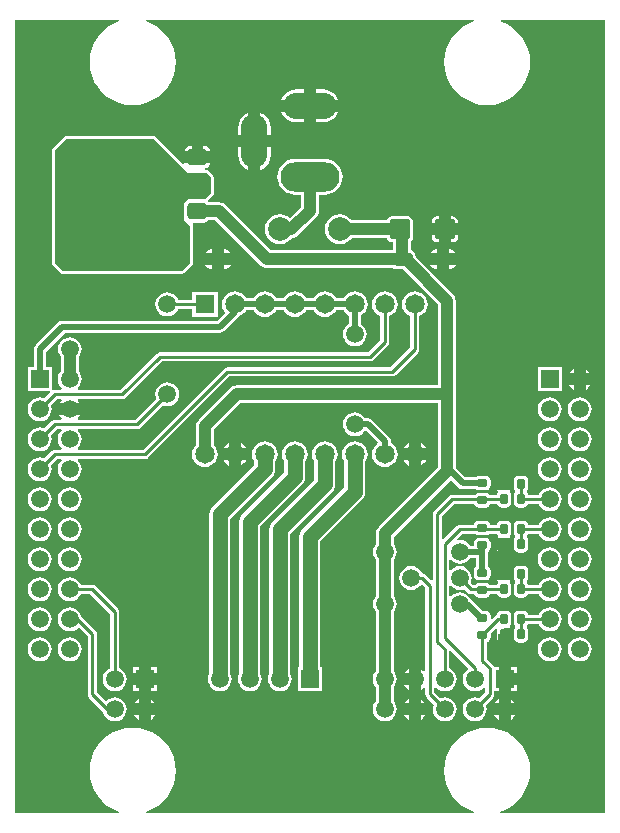
<source format=gbl>
G04*
G04 #@! TF.GenerationSoftware,Altium Limited,CircuitStudio,1.5.2 (30)*
G04*
G04 Layer_Physical_Order=2*
G04 Layer_Color=12500520*
%FSLAX44Y44*%
%MOMM*%
G71*
G01*
G75*
G04:AMPARAMS|DCode=10|XSize=0.9mm|YSize=0.7mm|CornerRadius=0.175mm|HoleSize=0mm|Usage=FLASHONLY|Rotation=0.000|XOffset=0mm|YOffset=0mm|HoleType=Round|Shape=RoundedRectangle|*
%AMROUNDEDRECTD10*
21,1,0.9000,0.3500,0,0,0.0*
21,1,0.5500,0.7000,0,0,0.0*
1,1,0.3500,0.2750,-0.1750*
1,1,0.3500,-0.2750,-0.1750*
1,1,0.3500,-0.2750,0.1750*
1,1,0.3500,0.2750,0.1750*
%
%ADD10ROUNDEDRECTD10*%
G04:AMPARAMS|DCode=11|XSize=1.4mm|YSize=1.7mm|CornerRadius=0.35mm|HoleSize=0mm|Usage=FLASHONLY|Rotation=90.000|XOffset=0mm|YOffset=0mm|HoleType=Round|Shape=RoundedRectangle|*
%AMROUNDEDRECTD11*
21,1,1.4000,1.0000,0,0,90.0*
21,1,0.7000,1.7000,0,0,90.0*
1,1,0.7000,0.5000,0.3500*
1,1,0.7000,0.5000,-0.3500*
1,1,0.7000,-0.5000,-0.3500*
1,1,0.7000,-0.5000,0.3500*
%
%ADD11ROUNDEDRECTD11*%
G04:AMPARAMS|DCode=12|XSize=4mm|YSize=1.7mm|CornerRadius=0.2125mm|HoleSize=0mm|Usage=FLASHONLY|Rotation=90.000|XOffset=0mm|YOffset=0mm|HoleType=Round|Shape=RoundedRectangle|*
%AMROUNDEDRECTD12*
21,1,4.0000,1.2750,0,0,90.0*
21,1,3.5750,1.7000,0,0,90.0*
1,1,0.4250,0.6375,1.7875*
1,1,0.4250,0.6375,-1.7875*
1,1,0.4250,-0.6375,-1.7875*
1,1,0.4250,-0.6375,1.7875*
%
%ADD12ROUNDEDRECTD12*%
G04:AMPARAMS|DCode=13|XSize=0.9mm|YSize=0.7mm|CornerRadius=0.175mm|HoleSize=0mm|Usage=FLASHONLY|Rotation=270.000|XOffset=0mm|YOffset=0mm|HoleType=Round|Shape=RoundedRectangle|*
%AMROUNDEDRECTD13*
21,1,0.9000,0.3500,0,0,270.0*
21,1,0.5500,0.7000,0,0,270.0*
1,1,0.3500,-0.1750,-0.2750*
1,1,0.3500,-0.1750,0.2750*
1,1,0.3500,0.1750,0.2750*
1,1,0.3500,0.1750,-0.2750*
%
%ADD13ROUNDEDRECTD13*%
G04:AMPARAMS|DCode=14|XSize=1.68mm|YSize=1.7mm|CornerRadius=0.21mm|HoleSize=0mm|Usage=FLASHONLY|Rotation=270.000|XOffset=0mm|YOffset=0mm|HoleType=Round|Shape=RoundedRectangle|*
%AMROUNDEDRECTD14*
21,1,1.6800,1.2800,0,0,270.0*
21,1,1.2600,1.7000,0,0,270.0*
1,1,0.4200,-0.6400,-0.6300*
1,1,0.4200,-0.6400,0.6300*
1,1,0.4200,0.6400,0.6300*
1,1,0.4200,0.6400,-0.6300*
%
%ADD14ROUNDEDRECTD14*%
%ADD15C,1.0000*%
%ADD16C,1.2700*%
%ADD17C,0.5000*%
%ADD18C,0.2540*%
%ADD19C,1.6500*%
%ADD20R,1.6500X1.6500*%
%ADD21C,1.5000*%
%ADD22R,1.5000X1.5000*%
%ADD23C,1.5080*%
%ADD24R,1.5080X1.5080*%
%ADD25R,1.5080X1.5080*%
%ADD26O,2.2500X4.5000*%
%ADD27O,4.5000X2.2500*%
%ADD28O,5.0000X2.5000*%
%ADD29C,2.0000*%
%ADD30O,2.0000X1.2000*%
G36*
X1524881Y1004119D02*
X1436402D01*
X1436255Y1005360D01*
X1441535Y1007547D01*
X1446409Y1010534D01*
X1450754Y1014245D01*
X1454466Y1018591D01*
X1457453Y1023465D01*
X1459640Y1028745D01*
X1460974Y1034302D01*
X1461422Y1040000D01*
X1460974Y1045698D01*
X1459640Y1051255D01*
X1457453Y1056535D01*
X1454466Y1061408D01*
X1450754Y1065754D01*
X1446409Y1069466D01*
X1441535Y1072452D01*
X1436255Y1074640D01*
X1430698Y1075974D01*
X1425000Y1076422D01*
X1419302Y1075974D01*
X1413745Y1074640D01*
X1408465Y1072452D01*
X1403591Y1069466D01*
X1399246Y1065754D01*
X1395534Y1061408D01*
X1392547Y1056535D01*
X1390360Y1051255D01*
X1389026Y1045698D01*
X1388578Y1040000D01*
X1389026Y1034302D01*
X1390360Y1028745D01*
X1392547Y1023465D01*
X1395534Y1018591D01*
X1399246Y1014245D01*
X1403591Y1010534D01*
X1408465Y1007547D01*
X1413745Y1005360D01*
X1413598Y1004119D01*
X1136402D01*
X1136255Y1005360D01*
X1141535Y1007547D01*
X1146408Y1010534D01*
X1150754Y1014245D01*
X1154466Y1018591D01*
X1157452Y1023465D01*
X1159640Y1028745D01*
X1160974Y1034302D01*
X1161422Y1040000D01*
X1160974Y1045698D01*
X1159640Y1051255D01*
X1157452Y1056535D01*
X1154466Y1061408D01*
X1150754Y1065754D01*
X1146408Y1069466D01*
X1141535Y1072452D01*
X1136255Y1074640D01*
X1130698Y1075974D01*
X1125000Y1076422D01*
X1119302Y1075974D01*
X1113745Y1074640D01*
X1108465Y1072452D01*
X1103592Y1069466D01*
X1099246Y1065754D01*
X1095534Y1061408D01*
X1092548Y1056535D01*
X1090360Y1051255D01*
X1089026Y1045698D01*
X1088578Y1040000D01*
X1089026Y1034302D01*
X1090360Y1028745D01*
X1092548Y1023465D01*
X1095534Y1018591D01*
X1099246Y1014245D01*
X1103592Y1010534D01*
X1108465Y1007547D01*
X1113745Y1005360D01*
X1113598Y1004119D01*
X1025119D01*
Y1675881D01*
X1113598D01*
X1113745Y1674639D01*
X1108465Y1672452D01*
X1103592Y1669466D01*
X1099246Y1665754D01*
X1095534Y1661408D01*
X1092548Y1656535D01*
X1090360Y1651255D01*
X1089026Y1645698D01*
X1088578Y1640000D01*
X1089026Y1634302D01*
X1090360Y1628745D01*
X1092548Y1623465D01*
X1095534Y1618591D01*
X1099246Y1614245D01*
X1103592Y1610534D01*
X1108465Y1607547D01*
X1113745Y1605360D01*
X1119302Y1604026D01*
X1125000Y1603578D01*
X1130698Y1604026D01*
X1136255Y1605360D01*
X1141535Y1607547D01*
X1146408Y1610534D01*
X1150754Y1614245D01*
X1154466Y1618591D01*
X1157452Y1623465D01*
X1159640Y1628745D01*
X1160974Y1634302D01*
X1161422Y1640000D01*
X1160974Y1645698D01*
X1159640Y1651255D01*
X1157452Y1656535D01*
X1154466Y1661408D01*
X1150754Y1665754D01*
X1146408Y1669466D01*
X1141535Y1672452D01*
X1136255Y1674639D01*
X1136402Y1675881D01*
X1413598D01*
X1413745Y1674639D01*
X1408465Y1672452D01*
X1403591Y1669466D01*
X1399246Y1665754D01*
X1395534Y1661408D01*
X1392547Y1656535D01*
X1390360Y1651255D01*
X1389026Y1645698D01*
X1388578Y1640000D01*
X1389026Y1634302D01*
X1390360Y1628745D01*
X1392547Y1623465D01*
X1395534Y1618591D01*
X1399246Y1614245D01*
X1403591Y1610534D01*
X1408465Y1607547D01*
X1413745Y1605360D01*
X1419302Y1604026D01*
X1425000Y1603578D01*
X1430698Y1604026D01*
X1436255Y1605360D01*
X1441535Y1607547D01*
X1446409Y1610534D01*
X1450754Y1614245D01*
X1454466Y1618591D01*
X1457453Y1623465D01*
X1459640Y1628745D01*
X1460974Y1634302D01*
X1461422Y1640000D01*
X1460974Y1645698D01*
X1459640Y1651255D01*
X1457453Y1656535D01*
X1454466Y1661408D01*
X1450754Y1665754D01*
X1446409Y1669466D01*
X1441535Y1672452D01*
X1436255Y1674639D01*
X1436402Y1675881D01*
X1524881D01*
Y1004119D01*
D02*
G37*
%LPC*%
G36*
X1455450Y1213499D02*
X1451950D01*
X1450276Y1213166D01*
X1448857Y1212218D01*
X1447909Y1210799D01*
X1447576Y1209125D01*
Y1203625D01*
X1447909Y1201951D01*
X1448857Y1200532D01*
X1448620Y1199163D01*
X1447909Y1198099D01*
X1447576Y1196425D01*
Y1190925D01*
X1447909Y1189251D01*
X1448857Y1187832D01*
X1450276Y1186884D01*
X1451950Y1186551D01*
X1455450D01*
X1457124Y1186884D01*
X1458543Y1187832D01*
X1459491Y1189251D01*
X1459598Y1189790D01*
X1468899D01*
X1469395Y1188591D01*
X1471011Y1186486D01*
X1473116Y1184870D01*
X1475569Y1183854D01*
X1478200Y1183508D01*
X1480831Y1183854D01*
X1483284Y1184870D01*
X1485389Y1186486D01*
X1487005Y1188591D01*
X1488020Y1191043D01*
X1488367Y1193675D01*
X1488020Y1196306D01*
X1487005Y1198758D01*
X1485389Y1200864D01*
X1483284Y1202480D01*
X1480831Y1203495D01*
X1478200Y1203842D01*
X1475569Y1203495D01*
X1473116Y1202480D01*
X1471011Y1200864D01*
X1469395Y1198758D01*
X1468899Y1197560D01*
X1459598D01*
X1459491Y1198099D01*
X1458780Y1199163D01*
X1458543Y1200532D01*
X1459491Y1201951D01*
X1459824Y1203625D01*
Y1209125D01*
X1459491Y1210799D01*
X1458543Y1212218D01*
X1457124Y1213166D01*
X1455450Y1213499D01*
D02*
G37*
G36*
X1478200Y1178442D02*
X1475569Y1178095D01*
X1473116Y1177080D01*
X1471011Y1175464D01*
X1469395Y1173358D01*
X1468899Y1172160D01*
X1459598D01*
X1459491Y1172699D01*
X1458543Y1174118D01*
X1457124Y1175066D01*
X1455450Y1175399D01*
X1451950D01*
X1450276Y1175066D01*
X1448857Y1174118D01*
X1447909Y1172699D01*
X1447576Y1171025D01*
Y1165525D01*
X1447909Y1163851D01*
X1448857Y1162432D01*
X1448620Y1161063D01*
X1447909Y1159999D01*
X1447576Y1158325D01*
Y1152825D01*
X1447909Y1151151D01*
X1448857Y1149732D01*
X1450276Y1148784D01*
X1451950Y1148451D01*
X1455450D01*
X1457124Y1148784D01*
X1458543Y1149732D01*
X1459491Y1151151D01*
X1459824Y1152825D01*
Y1158325D01*
X1459491Y1159999D01*
X1458780Y1161063D01*
X1458543Y1162432D01*
X1459491Y1163851D01*
X1459598Y1164390D01*
X1468899D01*
X1469395Y1163191D01*
X1471011Y1161086D01*
X1473116Y1159470D01*
X1475569Y1158454D01*
X1478200Y1158108D01*
X1480831Y1158454D01*
X1483284Y1159470D01*
X1485389Y1161086D01*
X1487005Y1163191D01*
X1488020Y1165643D01*
X1488367Y1168275D01*
X1488020Y1170906D01*
X1487005Y1173358D01*
X1485389Y1175464D01*
X1483284Y1177080D01*
X1480831Y1178095D01*
X1478200Y1178442D01*
D02*
G37*
G36*
X1046400Y1203842D02*
X1043769Y1203495D01*
X1041317Y1202480D01*
X1039211Y1200864D01*
X1037595Y1198758D01*
X1036580Y1196306D01*
X1036233Y1193675D01*
X1036580Y1191043D01*
X1037595Y1188591D01*
X1039211Y1186486D01*
X1041317Y1184870D01*
X1043769Y1183854D01*
X1046400Y1183508D01*
X1049031Y1183854D01*
X1051484Y1184870D01*
X1053589Y1186486D01*
X1055205Y1188591D01*
X1056220Y1191043D01*
X1056567Y1193675D01*
X1056220Y1196306D01*
X1055205Y1198758D01*
X1053589Y1200864D01*
X1051484Y1202480D01*
X1049031Y1203495D01*
X1046400Y1203842D01*
D02*
G37*
G36*
X1071800Y1229242D02*
X1069169Y1228895D01*
X1066717Y1227880D01*
X1064611Y1226264D01*
X1062995Y1224158D01*
X1061980Y1221706D01*
X1061633Y1219075D01*
X1061980Y1216443D01*
X1062995Y1213991D01*
X1064611Y1211886D01*
X1066717Y1210270D01*
X1069169Y1209254D01*
X1071800Y1208908D01*
X1074431Y1209254D01*
X1076883Y1210270D01*
X1078989Y1211886D01*
X1080605Y1213991D01*
X1081620Y1216443D01*
X1081967Y1219075D01*
X1081620Y1221706D01*
X1080605Y1224158D01*
X1078989Y1226264D01*
X1076883Y1227880D01*
X1074431Y1228895D01*
X1071800Y1229242D01*
D02*
G37*
G36*
X1046400D02*
X1043769Y1228895D01*
X1041317Y1227880D01*
X1039211Y1226264D01*
X1037595Y1224158D01*
X1036580Y1221706D01*
X1036233Y1219075D01*
X1036580Y1216443D01*
X1037595Y1213991D01*
X1039211Y1211886D01*
X1041317Y1210270D01*
X1043769Y1209254D01*
X1046400Y1208908D01*
X1049031Y1209254D01*
X1051484Y1210270D01*
X1053589Y1211886D01*
X1055205Y1213991D01*
X1056220Y1216443D01*
X1056567Y1219075D01*
X1056220Y1221706D01*
X1055205Y1224158D01*
X1053589Y1226264D01*
X1051484Y1227880D01*
X1049031Y1228895D01*
X1046400Y1229242D01*
D02*
G37*
G36*
X1503600Y1203842D02*
X1500969Y1203495D01*
X1498517Y1202480D01*
X1496411Y1200864D01*
X1494795Y1198758D01*
X1493779Y1196306D01*
X1493433Y1193675D01*
X1493779Y1191043D01*
X1494795Y1188591D01*
X1496411Y1186486D01*
X1498517Y1184870D01*
X1500969Y1183854D01*
X1503600Y1183508D01*
X1506231Y1183854D01*
X1508683Y1184870D01*
X1510789Y1186486D01*
X1512405Y1188591D01*
X1513421Y1191043D01*
X1513767Y1193675D01*
X1513421Y1196306D01*
X1512405Y1198758D01*
X1510789Y1200864D01*
X1508683Y1202480D01*
X1506231Y1203495D01*
X1503600Y1203842D01*
D02*
G37*
G36*
Y1178442D02*
X1500969Y1178095D01*
X1498517Y1177080D01*
X1496411Y1175464D01*
X1494795Y1173358D01*
X1493779Y1170906D01*
X1493433Y1168275D01*
X1493779Y1165643D01*
X1494795Y1163191D01*
X1496411Y1161086D01*
X1498517Y1159470D01*
X1500969Y1158454D01*
X1503600Y1158108D01*
X1506231Y1158454D01*
X1508683Y1159470D01*
X1510789Y1161086D01*
X1512405Y1163191D01*
X1513421Y1165643D01*
X1513767Y1168275D01*
X1513421Y1170906D01*
X1512405Y1173358D01*
X1510789Y1175464D01*
X1508683Y1177080D01*
X1506231Y1178095D01*
X1503600Y1178442D01*
D02*
G37*
G36*
X1478200Y1153042D02*
X1475569Y1152695D01*
X1473116Y1151680D01*
X1471011Y1150064D01*
X1469395Y1147958D01*
X1468380Y1145506D01*
X1468033Y1142875D01*
X1468380Y1140244D01*
X1469395Y1137791D01*
X1471011Y1135686D01*
X1473116Y1134070D01*
X1475569Y1133054D01*
X1478200Y1132708D01*
X1480831Y1133054D01*
X1483284Y1134070D01*
X1485389Y1135686D01*
X1487005Y1137791D01*
X1488020Y1140244D01*
X1488367Y1142875D01*
X1488020Y1145506D01*
X1487005Y1147958D01*
X1485389Y1150064D01*
X1483284Y1151680D01*
X1480831Y1152695D01*
X1478200Y1153042D01*
D02*
G37*
G36*
X1071800D02*
X1069169Y1152695D01*
X1066717Y1151680D01*
X1064611Y1150064D01*
X1062995Y1147958D01*
X1061980Y1145506D01*
X1061633Y1142875D01*
X1061980Y1140244D01*
X1062995Y1137791D01*
X1064611Y1135686D01*
X1066717Y1134070D01*
X1069169Y1133054D01*
X1071800Y1132708D01*
X1074431Y1133054D01*
X1076883Y1134070D01*
X1078989Y1135686D01*
X1080605Y1137791D01*
X1081620Y1140244D01*
X1081967Y1142875D01*
X1081620Y1145506D01*
X1080605Y1147958D01*
X1078989Y1150064D01*
X1076883Y1151680D01*
X1074431Y1152695D01*
X1071800Y1153042D01*
D02*
G37*
G36*
X1046400D02*
X1043769Y1152695D01*
X1041317Y1151680D01*
X1039211Y1150064D01*
X1037595Y1147958D01*
X1036580Y1145506D01*
X1036233Y1142875D01*
X1036580Y1140244D01*
X1037595Y1137791D01*
X1039211Y1135686D01*
X1041317Y1134070D01*
X1043769Y1133054D01*
X1046400Y1132708D01*
X1049031Y1133054D01*
X1051484Y1134070D01*
X1053589Y1135686D01*
X1055205Y1137791D01*
X1056220Y1140244D01*
X1056567Y1142875D01*
X1056220Y1145506D01*
X1055205Y1147958D01*
X1053589Y1150064D01*
X1051484Y1151680D01*
X1049031Y1152695D01*
X1046400Y1153042D01*
D02*
G37*
G36*
Y1178442D02*
X1043769Y1178095D01*
X1041317Y1177080D01*
X1039211Y1175464D01*
X1037595Y1173358D01*
X1036580Y1170906D01*
X1036233Y1168275D01*
X1036580Y1165643D01*
X1037595Y1163191D01*
X1039211Y1161086D01*
X1041317Y1159470D01*
X1043769Y1158454D01*
X1046400Y1158108D01*
X1049031Y1158454D01*
X1051484Y1159470D01*
X1053589Y1161086D01*
X1055205Y1163191D01*
X1056220Y1165643D01*
X1056567Y1168275D01*
X1056220Y1170906D01*
X1055205Y1173358D01*
X1053589Y1175464D01*
X1051484Y1177080D01*
X1049031Y1178095D01*
X1046400Y1178442D01*
D02*
G37*
G36*
X1444606Y1150575D02*
X1444200D01*
Y1149967D01*
X1444606Y1150575D01*
D02*
G37*
G36*
X1503600Y1153042D02*
X1500969Y1152695D01*
X1498517Y1151680D01*
X1496411Y1150064D01*
X1494795Y1147958D01*
X1493779Y1145506D01*
X1493433Y1142875D01*
X1493779Y1140244D01*
X1494795Y1137791D01*
X1496411Y1135686D01*
X1498517Y1134070D01*
X1500969Y1133054D01*
X1503600Y1132708D01*
X1506231Y1133054D01*
X1508683Y1134070D01*
X1510789Y1135686D01*
X1512405Y1137791D01*
X1513421Y1140244D01*
X1513767Y1142875D01*
X1513421Y1145506D01*
X1512405Y1147958D01*
X1510789Y1150064D01*
X1508683Y1151680D01*
X1506231Y1152695D01*
X1503600Y1153042D01*
D02*
G37*
G36*
X1478200Y1254642D02*
X1475569Y1254295D01*
X1473116Y1253280D01*
X1471011Y1251664D01*
X1469395Y1249558D01*
X1468899Y1248360D01*
X1459598D01*
X1459491Y1248899D01*
X1458543Y1250318D01*
X1457124Y1251266D01*
X1455450Y1251599D01*
X1451950D01*
X1450276Y1251266D01*
X1448857Y1250318D01*
X1447909Y1248899D01*
X1447576Y1247225D01*
Y1241725D01*
X1447909Y1240051D01*
X1448620Y1238987D01*
X1448857Y1237618D01*
X1447909Y1236199D01*
X1447576Y1234525D01*
Y1229025D01*
X1447909Y1227351D01*
X1448857Y1225932D01*
X1450276Y1224984D01*
X1451950Y1224651D01*
X1455450D01*
X1457124Y1224984D01*
X1458543Y1225932D01*
X1459491Y1227351D01*
X1459824Y1229025D01*
Y1234525D01*
X1459491Y1236199D01*
X1458543Y1237618D01*
X1458780Y1238987D01*
X1459491Y1240051D01*
X1459598Y1240590D01*
X1468899D01*
X1469395Y1239391D01*
X1471011Y1237286D01*
X1473116Y1235670D01*
X1475569Y1234654D01*
X1478200Y1234308D01*
X1480831Y1234654D01*
X1483284Y1235670D01*
X1485389Y1237286D01*
X1487005Y1239391D01*
X1488020Y1241843D01*
X1488367Y1244475D01*
X1488020Y1247106D01*
X1487005Y1249558D01*
X1485389Y1251664D01*
X1483284Y1253280D01*
X1480831Y1254295D01*
X1478200Y1254642D01*
D02*
G37*
G36*
X1503600D02*
X1500969Y1254295D01*
X1498517Y1253280D01*
X1496411Y1251664D01*
X1494795Y1249558D01*
X1493779Y1247106D01*
X1493433Y1244475D01*
X1493779Y1241843D01*
X1494795Y1239391D01*
X1496411Y1237286D01*
X1498517Y1235670D01*
X1500969Y1234654D01*
X1503600Y1234308D01*
X1506231Y1234654D01*
X1508683Y1235670D01*
X1510789Y1237286D01*
X1512405Y1239391D01*
X1513421Y1241843D01*
X1513767Y1244475D01*
X1513421Y1247106D01*
X1512405Y1249558D01*
X1510789Y1251664D01*
X1508683Y1253280D01*
X1506231Y1254295D01*
X1503600Y1254642D01*
D02*
G37*
G36*
X1071800D02*
X1069169Y1254295D01*
X1066717Y1253280D01*
X1064611Y1251664D01*
X1062995Y1249558D01*
X1061980Y1247106D01*
X1061633Y1244475D01*
X1061980Y1241843D01*
X1062995Y1239391D01*
X1064611Y1237286D01*
X1066717Y1235670D01*
X1069169Y1234654D01*
X1071800Y1234308D01*
X1074431Y1234654D01*
X1076883Y1235670D01*
X1078989Y1237286D01*
X1080605Y1239391D01*
X1081620Y1241843D01*
X1081967Y1244475D01*
X1081620Y1247106D01*
X1080605Y1249558D01*
X1078989Y1251664D01*
X1076883Y1253280D01*
X1074431Y1254295D01*
X1071800Y1254642D01*
D02*
G37*
G36*
X1455450Y1289699D02*
X1451950D01*
X1450276Y1289366D01*
X1448857Y1288418D01*
X1447909Y1286999D01*
X1447576Y1285325D01*
Y1279825D01*
X1447909Y1278151D01*
X1448620Y1277087D01*
X1448857Y1275718D01*
X1447909Y1274299D01*
X1447576Y1272625D01*
Y1267125D01*
X1447909Y1265451D01*
X1448857Y1264032D01*
X1450276Y1263084D01*
X1451950Y1262751D01*
X1455450D01*
X1457124Y1263084D01*
X1458543Y1264032D01*
X1459491Y1265451D01*
X1459598Y1265990D01*
X1468899D01*
X1469395Y1264791D01*
X1471011Y1262686D01*
X1473116Y1261070D01*
X1475569Y1260054D01*
X1478200Y1259708D01*
X1480831Y1260054D01*
X1483284Y1261070D01*
X1485389Y1262686D01*
X1487005Y1264791D01*
X1488020Y1267243D01*
X1488367Y1269875D01*
X1488020Y1272506D01*
X1487005Y1274958D01*
X1485389Y1277064D01*
X1483284Y1278680D01*
X1480831Y1279695D01*
X1478200Y1280042D01*
X1475569Y1279695D01*
X1473116Y1278680D01*
X1471011Y1277064D01*
X1469395Y1274958D01*
X1468899Y1273760D01*
X1459598D01*
X1459491Y1274299D01*
X1458543Y1275718D01*
X1458780Y1277087D01*
X1459491Y1278151D01*
X1459824Y1279825D01*
Y1285325D01*
X1459491Y1286999D01*
X1458543Y1288418D01*
X1457124Y1289366D01*
X1455450Y1289699D01*
D02*
G37*
G36*
X1071800Y1280042D02*
X1069169Y1279695D01*
X1066717Y1278680D01*
X1064611Y1277064D01*
X1062995Y1274958D01*
X1061980Y1272506D01*
X1061633Y1269875D01*
X1061980Y1267243D01*
X1062995Y1264791D01*
X1064611Y1262686D01*
X1066717Y1261070D01*
X1069169Y1260054D01*
X1071800Y1259708D01*
X1074431Y1260054D01*
X1076883Y1261070D01*
X1078989Y1262686D01*
X1080605Y1264791D01*
X1081620Y1267243D01*
X1081967Y1269875D01*
X1081620Y1272506D01*
X1080605Y1274958D01*
X1078989Y1277064D01*
X1076883Y1278680D01*
X1074431Y1279695D01*
X1071800Y1280042D01*
D02*
G37*
G36*
X1046400D02*
X1043769Y1279695D01*
X1041317Y1278680D01*
X1039211Y1277064D01*
X1037595Y1274958D01*
X1036580Y1272506D01*
X1036233Y1269875D01*
X1036580Y1267243D01*
X1037595Y1264791D01*
X1039211Y1262686D01*
X1041317Y1261070D01*
X1043769Y1260054D01*
X1046400Y1259708D01*
X1049031Y1260054D01*
X1051484Y1261070D01*
X1053589Y1262686D01*
X1055205Y1264791D01*
X1056220Y1267243D01*
X1056567Y1269875D01*
X1056220Y1272506D01*
X1055205Y1274958D01*
X1053589Y1277064D01*
X1051484Y1278680D01*
X1049031Y1279695D01*
X1046400Y1280042D01*
D02*
G37*
G36*
Y1254642D02*
X1043769Y1254295D01*
X1041317Y1253280D01*
X1039211Y1251664D01*
X1037595Y1249558D01*
X1036580Y1247106D01*
X1036233Y1244475D01*
X1036580Y1241843D01*
X1037595Y1239391D01*
X1039211Y1237286D01*
X1041317Y1235670D01*
X1043769Y1234654D01*
X1046400Y1234308D01*
X1049031Y1234654D01*
X1051484Y1235670D01*
X1053589Y1237286D01*
X1055205Y1239391D01*
X1056220Y1241843D01*
X1056567Y1244475D01*
X1056220Y1247106D01*
X1055205Y1249558D01*
X1053589Y1251664D01*
X1051484Y1253280D01*
X1049031Y1254295D01*
X1046400Y1254642D01*
D02*
G37*
G36*
X1434200Y1211983D02*
X1433794Y1211375D01*
X1434200D01*
Y1211983D01*
D02*
G37*
G36*
X1503600Y1229242D02*
X1500969Y1228895D01*
X1498517Y1227880D01*
X1496411Y1226264D01*
X1494795Y1224158D01*
X1493779Y1221706D01*
X1493433Y1219075D01*
X1493779Y1216443D01*
X1494795Y1213991D01*
X1496411Y1211886D01*
X1498517Y1210270D01*
X1500969Y1209254D01*
X1503600Y1208908D01*
X1506231Y1209254D01*
X1508683Y1210270D01*
X1510789Y1211886D01*
X1512405Y1213991D01*
X1513421Y1216443D01*
X1513767Y1219075D01*
X1513421Y1221706D01*
X1512405Y1224158D01*
X1510789Y1226264D01*
X1508683Y1227880D01*
X1506231Y1228895D01*
X1503600Y1229242D01*
D02*
G37*
G36*
X1478200D02*
X1475569Y1228895D01*
X1473116Y1227880D01*
X1471011Y1226264D01*
X1469395Y1224158D01*
X1468380Y1221706D01*
X1468033Y1219075D01*
X1468380Y1216443D01*
X1469395Y1213991D01*
X1471011Y1211886D01*
X1473116Y1210270D01*
X1475569Y1209254D01*
X1478200Y1208908D01*
X1480831Y1209254D01*
X1483284Y1210270D01*
X1485389Y1211886D01*
X1487005Y1213991D01*
X1488020Y1216443D01*
X1488367Y1219075D01*
X1488020Y1221706D01*
X1487005Y1224158D01*
X1485389Y1226264D01*
X1483284Y1227880D01*
X1480831Y1228895D01*
X1478200Y1229242D01*
D02*
G37*
G36*
X1444606Y1226775D02*
X1444200D01*
Y1226167D01*
X1444606Y1226775D01*
D02*
G37*
G36*
X1434200D02*
X1433794D01*
X1434200Y1226167D01*
Y1226775D01*
D02*
G37*
G36*
X1444200Y1211983D02*
Y1211375D01*
X1444606D01*
X1444200Y1211983D01*
D02*
G37*
G36*
X1358900Y1100914D02*
X1358817Y1100880D01*
X1356711Y1099264D01*
X1355095Y1097158D01*
X1355061Y1097075D01*
X1358900D01*
Y1100914D01*
D02*
G37*
G36*
X1140300D02*
Y1097075D01*
X1144139D01*
X1144105Y1097158D01*
X1142489Y1099264D01*
X1140384Y1100880D01*
X1140300Y1100914D01*
D02*
G37*
G36*
X1130300D02*
X1130217Y1100880D01*
X1128111Y1099264D01*
X1126495Y1097158D01*
X1126461Y1097075D01*
X1130300D01*
Y1100914D01*
D02*
G37*
G36*
X1445100D02*
Y1097075D01*
X1448939D01*
X1448905Y1097158D01*
X1447289Y1099264D01*
X1445184Y1100880D01*
X1445100Y1100914D01*
D02*
G37*
G36*
X1435100D02*
X1435016Y1100880D01*
X1432911Y1099264D01*
X1431295Y1097158D01*
X1431261Y1097075D01*
X1435100D01*
Y1100914D01*
D02*
G37*
G36*
X1368900D02*
Y1097075D01*
X1372739D01*
X1372705Y1097158D01*
X1371089Y1099264D01*
X1368983Y1100880D01*
X1368900Y1100914D01*
D02*
G37*
G36*
X1448939Y1087075D02*
X1445100D01*
Y1083235D01*
X1445184Y1083270D01*
X1447289Y1084886D01*
X1448905Y1086991D01*
X1448939Y1087075D01*
D02*
G37*
G36*
X1144139D02*
X1140300D01*
Y1083235D01*
X1140384Y1083270D01*
X1142489Y1084886D01*
X1144105Y1086991D01*
X1144139Y1087075D01*
D02*
G37*
G36*
X1130300D02*
X1126461D01*
X1126495Y1086991D01*
X1128111Y1084886D01*
X1130217Y1083270D01*
X1130300Y1083235D01*
Y1087075D01*
D02*
G37*
G36*
X1071800Y1178442D02*
X1069169Y1178095D01*
X1066717Y1177080D01*
X1064611Y1175464D01*
X1062995Y1173358D01*
X1061980Y1170906D01*
X1061633Y1168275D01*
X1061980Y1165643D01*
X1062995Y1163191D01*
X1064611Y1161086D01*
X1066717Y1159470D01*
X1069169Y1158454D01*
X1071800Y1158108D01*
X1074431Y1158454D01*
X1076883Y1159470D01*
X1078989Y1161086D01*
X1079793Y1161138D01*
X1086965Y1153966D01*
Y1104775D01*
X1087261Y1103288D01*
X1088103Y1102028D01*
X1099987Y1090144D01*
X1100079Y1089444D01*
X1101095Y1086991D01*
X1102711Y1084886D01*
X1104817Y1083270D01*
X1107269Y1082254D01*
X1109900Y1081908D01*
X1112531Y1082254D01*
X1114984Y1083270D01*
X1117089Y1084886D01*
X1118705Y1086991D01*
X1119721Y1089444D01*
X1120067Y1092075D01*
X1119721Y1094706D01*
X1118705Y1097158D01*
X1117089Y1099264D01*
X1114984Y1100880D01*
X1112531Y1101895D01*
X1109900Y1102242D01*
X1107269Y1101895D01*
X1104817Y1100880D01*
X1102711Y1099264D01*
X1101907Y1099211D01*
X1094735Y1106384D01*
Y1155575D01*
X1094439Y1157061D01*
X1093597Y1158322D01*
X1081713Y1170206D01*
X1081620Y1170906D01*
X1080605Y1173358D01*
X1078989Y1175464D01*
X1076883Y1177080D01*
X1074431Y1178095D01*
X1071800Y1178442D01*
D02*
G37*
G36*
X1435100Y1087075D02*
X1431261D01*
X1431295Y1086991D01*
X1432911Y1084886D01*
X1435016Y1083270D01*
X1435100Y1083235D01*
Y1087075D01*
D02*
G37*
G36*
X1372739D02*
X1368900D01*
Y1083235D01*
X1368983Y1083270D01*
X1371089Y1084886D01*
X1372705Y1086991D01*
X1372739Y1087075D01*
D02*
G37*
G36*
X1358900D02*
X1355061D01*
X1355095Y1086991D01*
X1356711Y1084886D01*
X1358817Y1083270D01*
X1358900Y1083235D01*
Y1087075D01*
D02*
G37*
G36*
X1130300Y1127555D02*
X1125220D01*
Y1122475D01*
X1130300D01*
Y1127555D01*
D02*
G37*
G36*
X1358900Y1112475D02*
X1355061D01*
X1355095Y1112391D01*
X1356711Y1110286D01*
X1358817Y1108670D01*
X1358900Y1108635D01*
Y1112475D01*
D02*
G37*
G36*
X1313100Y1318858D02*
X1310283Y1318487D01*
X1307658Y1317400D01*
X1305405Y1315670D01*
X1303675Y1313416D01*
X1302588Y1310792D01*
X1302217Y1307975D01*
X1302588Y1305158D01*
X1303675Y1302533D01*
X1304133Y1301936D01*
Y1279939D01*
X1268660Y1244465D01*
X1267235Y1242608D01*
X1266339Y1240446D01*
X1266033Y1238125D01*
Y1127515D01*
X1264960D01*
Y1107435D01*
X1285040D01*
Y1127515D01*
X1283967D01*
Y1234411D01*
X1319440Y1269884D01*
X1320865Y1271741D01*
X1321761Y1273904D01*
X1322067Y1276225D01*
Y1301936D01*
X1322525Y1302533D01*
X1323612Y1305158D01*
X1323983Y1307975D01*
X1323612Y1310792D01*
X1322525Y1313416D01*
X1320795Y1315670D01*
X1318542Y1317400D01*
X1315917Y1318487D01*
X1313100Y1318858D01*
D02*
G37*
G36*
X1450180Y1127555D02*
X1445100D01*
Y1122475D01*
X1450180D01*
Y1127555D01*
D02*
G37*
G36*
X1358900Y1126314D02*
X1358817Y1126280D01*
X1356711Y1124664D01*
X1355095Y1122558D01*
X1355061Y1122475D01*
X1358900D01*
Y1126314D01*
D02*
G37*
G36*
X1145380Y1127555D02*
X1140300D01*
Y1122475D01*
X1145380D01*
Y1127555D01*
D02*
G37*
G36*
X1450180Y1112475D02*
X1445100D01*
Y1107395D01*
X1450180D01*
Y1112475D01*
D02*
G37*
G36*
X1262300Y1318858D02*
X1259483Y1318487D01*
X1256858Y1317400D01*
X1254604Y1315670D01*
X1252875Y1313416D01*
X1251788Y1310792D01*
X1251417Y1307975D01*
X1251788Y1305158D01*
X1252875Y1302533D01*
X1253333Y1301936D01*
Y1292639D01*
X1217860Y1257165D01*
X1216435Y1255308D01*
X1215539Y1253146D01*
X1215233Y1250825D01*
Y1122063D01*
X1214418Y1120096D01*
X1214073Y1117475D01*
X1214418Y1114854D01*
X1215430Y1112412D01*
X1217039Y1110314D01*
X1219137Y1108705D01*
X1221579Y1107693D01*
X1224200Y1107348D01*
X1226821Y1107693D01*
X1229263Y1108705D01*
X1231361Y1110314D01*
X1232970Y1112412D01*
X1233982Y1114854D01*
X1234327Y1117475D01*
X1233982Y1120096D01*
X1233167Y1122063D01*
Y1247111D01*
X1268640Y1282585D01*
X1270065Y1284442D01*
X1270961Y1286604D01*
X1271267Y1288925D01*
Y1301936D01*
X1271725Y1302533D01*
X1272812Y1305158D01*
X1273183Y1307975D01*
X1272812Y1310792D01*
X1271725Y1313416D01*
X1269995Y1315670D01*
X1267741Y1317400D01*
X1265117Y1318487D01*
X1262300Y1318858D01*
D02*
G37*
G36*
X1236900D02*
X1234083Y1318487D01*
X1231458Y1317400D01*
X1229204Y1315670D01*
X1227475Y1313416D01*
X1226388Y1310792D01*
X1226017Y1307975D01*
X1226388Y1305158D01*
X1227475Y1302533D01*
X1227933Y1301936D01*
Y1298989D01*
X1192460Y1263515D01*
X1191035Y1261658D01*
X1190139Y1259496D01*
X1189833Y1257175D01*
Y1122063D01*
X1189018Y1120096D01*
X1188673Y1117475D01*
X1189018Y1114854D01*
X1190030Y1112412D01*
X1191639Y1110314D01*
X1193737Y1108705D01*
X1196179Y1107693D01*
X1198800Y1107348D01*
X1201421Y1107693D01*
X1203863Y1108705D01*
X1205961Y1110314D01*
X1207570Y1112412D01*
X1208582Y1114854D01*
X1208927Y1117475D01*
X1208582Y1120096D01*
X1207767Y1122063D01*
Y1253461D01*
X1243240Y1288934D01*
X1244665Y1290791D01*
X1245561Y1292954D01*
X1245867Y1295275D01*
Y1301936D01*
X1246325Y1302533D01*
X1247412Y1305158D01*
X1247783Y1307975D01*
X1247412Y1310792D01*
X1246325Y1313416D01*
X1244595Y1315670D01*
X1242342Y1317400D01*
X1239717Y1318487D01*
X1236900Y1318858D01*
D02*
G37*
G36*
X1071800Y1203842D02*
X1069169Y1203495D01*
X1066717Y1202480D01*
X1064611Y1200864D01*
X1062995Y1198758D01*
X1061980Y1196306D01*
X1061633Y1193675D01*
X1061980Y1191043D01*
X1062995Y1188591D01*
X1064611Y1186486D01*
X1066717Y1184870D01*
X1069169Y1183854D01*
X1071800Y1183508D01*
X1074431Y1183854D01*
X1076883Y1184870D01*
X1078989Y1186486D01*
X1080605Y1188591D01*
X1081101Y1189790D01*
X1089241D01*
X1106015Y1173016D01*
Y1126776D01*
X1104817Y1126280D01*
X1102711Y1124664D01*
X1101095Y1122558D01*
X1100079Y1120106D01*
X1099733Y1117475D01*
X1100079Y1114844D01*
X1101095Y1112391D01*
X1102711Y1110286D01*
X1104817Y1108670D01*
X1107269Y1107654D01*
X1109900Y1107308D01*
X1112531Y1107654D01*
X1114984Y1108670D01*
X1117089Y1110286D01*
X1118705Y1112391D01*
X1119721Y1114844D01*
X1120067Y1117475D01*
X1119721Y1120106D01*
X1118705Y1122558D01*
X1117089Y1124664D01*
X1114984Y1126280D01*
X1113785Y1126776D01*
Y1174625D01*
X1113489Y1176112D01*
X1112647Y1177372D01*
X1093597Y1196422D01*
X1092337Y1197264D01*
X1090850Y1197560D01*
X1081101D01*
X1080605Y1198758D01*
X1078989Y1200864D01*
X1076883Y1202480D01*
X1074431Y1203495D01*
X1071800Y1203842D01*
D02*
G37*
G36*
X1145380Y1112475D02*
X1140300D01*
Y1107395D01*
X1145380D01*
Y1112475D01*
D02*
G37*
G36*
X1130300D02*
X1125220D01*
Y1107395D01*
X1130300D01*
Y1112475D01*
D02*
G37*
G36*
X1287700Y1318858D02*
X1284883Y1318487D01*
X1282258Y1317400D01*
X1280004Y1315670D01*
X1278275Y1313416D01*
X1277188Y1310792D01*
X1276817Y1307975D01*
X1277188Y1305158D01*
X1278275Y1302533D01*
X1278733Y1301936D01*
Y1286289D01*
X1243260Y1250815D01*
X1241835Y1248958D01*
X1240939Y1246796D01*
X1240633Y1244475D01*
Y1122063D01*
X1239818Y1120096D01*
X1239473Y1117475D01*
X1239818Y1114854D01*
X1240830Y1112412D01*
X1242439Y1110314D01*
X1244537Y1108705D01*
X1246979Y1107693D01*
X1249600Y1107348D01*
X1252221Y1107693D01*
X1254663Y1108705D01*
X1256761Y1110314D01*
X1258370Y1112412D01*
X1259382Y1114854D01*
X1259727Y1117475D01*
X1259382Y1120096D01*
X1258567Y1122063D01*
Y1240761D01*
X1294040Y1276235D01*
X1295465Y1278092D01*
X1296361Y1280254D01*
X1296667Y1282575D01*
Y1301936D01*
X1297125Y1302533D01*
X1298212Y1305158D01*
X1298583Y1307975D01*
X1298212Y1310792D01*
X1297125Y1313416D01*
X1295396Y1315670D01*
X1293141Y1317400D01*
X1290517Y1318487D01*
X1287700Y1318858D01*
D02*
G37*
G36*
X1202250Y1481557D02*
Y1478075D01*
X1208178D01*
X1207341Y1479166D01*
X1205557Y1480535D01*
X1203479Y1481395D01*
X1202250Y1481557D01*
D02*
G37*
G36*
X1382750D02*
X1381521Y1481395D01*
X1379443Y1480535D01*
X1377659Y1479166D01*
X1376822Y1478075D01*
X1382750D01*
Y1481557D01*
D02*
G37*
G36*
X1192250D02*
X1191021Y1481395D01*
X1188943Y1480535D01*
X1187159Y1479166D01*
X1186322Y1478075D01*
X1192250D01*
Y1481557D01*
D02*
G37*
G36*
X1400381Y1493475D02*
X1394250D01*
Y1487444D01*
X1395650D01*
X1397460Y1487804D01*
X1398995Y1488830D01*
X1400021Y1490365D01*
X1400381Y1492175D01*
Y1493475D01*
D02*
G37*
G36*
X1384250D02*
X1378119D01*
Y1492175D01*
X1378479Y1490365D01*
X1379505Y1488830D01*
X1381040Y1487804D01*
X1382850Y1487444D01*
X1384250D01*
Y1493475D01*
D02*
G37*
G36*
X1392750Y1481557D02*
Y1478075D01*
X1398678D01*
X1397841Y1479166D01*
X1396057Y1480535D01*
X1393979Y1481395D01*
X1392750Y1481557D01*
D02*
G37*
G36*
X1382750Y1468075D02*
X1376822D01*
X1377659Y1466984D01*
X1379443Y1465615D01*
X1381521Y1464755D01*
X1382750Y1464593D01*
Y1468075D01*
D02*
G37*
G36*
X1196890Y1445765D02*
X1175310D01*
Y1438860D01*
X1163608D01*
X1163120Y1440038D01*
X1161511Y1442135D01*
X1159413Y1443745D01*
X1156971Y1444756D01*
X1154350Y1445101D01*
X1151729Y1444756D01*
X1149287Y1443745D01*
X1147189Y1442135D01*
X1145580Y1440038D01*
X1144568Y1437596D01*
X1144223Y1434975D01*
X1144568Y1432354D01*
X1145580Y1429912D01*
X1147189Y1427814D01*
X1149287Y1426205D01*
X1151729Y1425193D01*
X1154350Y1424848D01*
X1156971Y1425193D01*
X1159413Y1426205D01*
X1161511Y1427814D01*
X1163120Y1429912D01*
X1163608Y1431090D01*
X1175310D01*
Y1424185D01*
X1196890D01*
Y1445765D01*
D02*
G37*
G36*
X1338500Y1445858D02*
X1335683Y1445487D01*
X1333058Y1444400D01*
X1330804Y1442670D01*
X1329075Y1440416D01*
X1327988Y1437792D01*
X1327617Y1434975D01*
X1327988Y1432158D01*
X1329075Y1429533D01*
X1330804Y1427279D01*
X1333058Y1425550D01*
X1334615Y1424905D01*
Y1404834D01*
X1324191Y1394409D01*
X1148000D01*
X1146513Y1394114D01*
X1145253Y1393272D01*
X1114641Y1362659D01*
X1078956D01*
X1078525Y1363929D01*
X1078989Y1364286D01*
X1080605Y1366391D01*
X1081620Y1368844D01*
X1081967Y1371475D01*
X1081620Y1374106D01*
X1080605Y1376558D01*
X1079405Y1378122D01*
Y1390293D01*
X1080570Y1391812D01*
X1081582Y1394254D01*
X1081927Y1396875D01*
X1081582Y1399496D01*
X1080570Y1401938D01*
X1078961Y1404035D01*
X1076863Y1405645D01*
X1074421Y1406656D01*
X1071800Y1407001D01*
X1069179Y1406656D01*
X1066737Y1405645D01*
X1064639Y1404035D01*
X1063030Y1401938D01*
X1062018Y1399496D01*
X1061673Y1396875D01*
X1062018Y1394254D01*
X1063030Y1391812D01*
X1064195Y1390293D01*
Y1378122D01*
X1062995Y1376558D01*
X1061980Y1374106D01*
X1061633Y1371475D01*
X1061980Y1368844D01*
X1062995Y1366391D01*
X1064611Y1364286D01*
X1065075Y1363929D01*
X1064644Y1362659D01*
X1059100D01*
X1057750Y1362391D01*
X1057371Y1362477D01*
X1056480Y1362954D01*
Y1381555D01*
X1051539D01*
Y1394746D01*
X1067579Y1410786D01*
X1198800D01*
X1200767Y1411177D01*
X1202434Y1412291D01*
X1214809Y1424666D01*
X1216942Y1425550D01*
X1219195Y1427279D01*
X1220925Y1429533D01*
X1221050Y1429836D01*
X1227349D01*
X1227475Y1429533D01*
X1229204Y1427279D01*
X1231458Y1425550D01*
X1234083Y1424463D01*
X1236900Y1424092D01*
X1239717Y1424463D01*
X1242342Y1425550D01*
X1244595Y1427279D01*
X1246325Y1429533D01*
X1246451Y1429836D01*
X1252749D01*
X1252875Y1429533D01*
X1254604Y1427279D01*
X1256858Y1425550D01*
X1259483Y1424463D01*
X1262300Y1424092D01*
X1265117Y1424463D01*
X1267741Y1425550D01*
X1269995Y1427279D01*
X1271725Y1429533D01*
X1271851Y1429836D01*
X1278149D01*
X1278275Y1429533D01*
X1280004Y1427279D01*
X1282258Y1425550D01*
X1284883Y1424463D01*
X1287700Y1424092D01*
X1290517Y1424463D01*
X1293141Y1425550D01*
X1295396Y1427279D01*
X1297125Y1429533D01*
X1297251Y1429836D01*
X1303549D01*
X1303675Y1429533D01*
X1305405Y1427279D01*
X1307658Y1425550D01*
X1307961Y1425424D01*
Y1418287D01*
X1305939Y1416736D01*
X1304330Y1414638D01*
X1303318Y1412196D01*
X1302973Y1409575D01*
X1303318Y1406954D01*
X1304330Y1404512D01*
X1305939Y1402414D01*
X1308037Y1400805D01*
X1310479Y1399793D01*
X1313100Y1399448D01*
X1315721Y1399793D01*
X1318163Y1400805D01*
X1320261Y1402414D01*
X1321870Y1404512D01*
X1322882Y1406954D01*
X1323227Y1409575D01*
X1322882Y1412196D01*
X1321870Y1414638D01*
X1320261Y1416736D01*
X1318239Y1418287D01*
Y1425424D01*
X1318542Y1425550D01*
X1320795Y1427279D01*
X1322525Y1429533D01*
X1323612Y1432158D01*
X1323983Y1434975D01*
X1323612Y1437792D01*
X1322525Y1440416D01*
X1320795Y1442670D01*
X1318542Y1444400D01*
X1315917Y1445487D01*
X1313100Y1445858D01*
X1310283Y1445487D01*
X1307658Y1444400D01*
X1305405Y1442670D01*
X1303675Y1440416D01*
X1303549Y1440114D01*
X1297251D01*
X1297125Y1440416D01*
X1295396Y1442670D01*
X1293141Y1444400D01*
X1290517Y1445487D01*
X1287700Y1445858D01*
X1284883Y1445487D01*
X1282258Y1444400D01*
X1280004Y1442670D01*
X1278275Y1440416D01*
X1278149Y1440114D01*
X1271851D01*
X1271725Y1440416D01*
X1269995Y1442670D01*
X1267741Y1444400D01*
X1265117Y1445487D01*
X1262300Y1445858D01*
X1259483Y1445487D01*
X1256858Y1444400D01*
X1254604Y1442670D01*
X1252875Y1440416D01*
X1252749Y1440114D01*
X1246451D01*
X1246325Y1440416D01*
X1244595Y1442670D01*
X1242342Y1444400D01*
X1239717Y1445487D01*
X1236900Y1445858D01*
X1234083Y1445487D01*
X1231458Y1444400D01*
X1229204Y1442670D01*
X1227475Y1440416D01*
X1227349Y1440114D01*
X1221050D01*
X1220925Y1440416D01*
X1219195Y1442670D01*
X1216942Y1444400D01*
X1214317Y1445487D01*
X1211500Y1445858D01*
X1208683Y1445487D01*
X1206058Y1444400D01*
X1203804Y1442670D01*
X1202075Y1440416D01*
X1200988Y1437792D01*
X1200617Y1434975D01*
X1200988Y1432158D01*
X1202075Y1429533D01*
X1203406Y1427798D01*
X1196672Y1421064D01*
X1065450D01*
X1063484Y1420672D01*
X1061816Y1419559D01*
X1042766Y1400509D01*
X1041652Y1398841D01*
X1041261Y1396875D01*
Y1381555D01*
X1036320D01*
Y1361395D01*
X1054567D01*
X1055053Y1360222D01*
X1050230Y1355399D01*
X1049031Y1355895D01*
X1046400Y1356242D01*
X1043769Y1355895D01*
X1041317Y1354880D01*
X1039211Y1353264D01*
X1037595Y1351158D01*
X1036580Y1348706D01*
X1036233Y1346075D01*
X1036580Y1343443D01*
X1037595Y1340991D01*
X1039211Y1338886D01*
X1041317Y1337270D01*
X1043769Y1336254D01*
X1046400Y1335908D01*
X1049031Y1336254D01*
X1051484Y1337270D01*
X1053589Y1338886D01*
X1055205Y1340991D01*
X1056220Y1343443D01*
X1056567Y1346075D01*
X1056220Y1348706D01*
X1055724Y1349905D01*
X1060709Y1354890D01*
X1064644D01*
X1065075Y1353620D01*
X1064611Y1353264D01*
X1062995Y1351158D01*
X1062961Y1351075D01*
X1071800D01*
X1080639D01*
X1080605Y1351158D01*
X1078989Y1353264D01*
X1078525Y1353620D01*
X1078956Y1354890D01*
X1116250D01*
X1117737Y1355186D01*
X1118997Y1356028D01*
X1149609Y1386640D01*
X1325800D01*
X1327287Y1386936D01*
X1328547Y1387778D01*
X1341247Y1400478D01*
X1342089Y1401738D01*
X1342385Y1403225D01*
Y1424905D01*
X1343941Y1425550D01*
X1346196Y1427279D01*
X1347925Y1429533D01*
X1349012Y1432158D01*
X1349383Y1434975D01*
X1349012Y1437792D01*
X1347925Y1440416D01*
X1346196Y1442670D01*
X1343941Y1444400D01*
X1341317Y1445487D01*
X1338500Y1445858D01*
D02*
G37*
G36*
X1398678Y1468075D02*
X1392750D01*
Y1464593D01*
X1393979Y1464755D01*
X1396057Y1465615D01*
X1397841Y1466984D01*
X1398678Y1468075D01*
D02*
G37*
G36*
X1208178D02*
X1202250D01*
Y1464593D01*
X1203479Y1464755D01*
X1205557Y1465615D01*
X1207341Y1466984D01*
X1208178Y1468075D01*
D02*
G37*
G36*
X1192250D02*
X1186322D01*
X1187159Y1466984D01*
X1188943Y1465615D01*
X1191021Y1464755D01*
X1192250Y1464593D01*
Y1468075D01*
D02*
G37*
G36*
X1384250Y1509506D02*
X1382850D01*
X1381040Y1509146D01*
X1379505Y1508120D01*
X1378479Y1506585D01*
X1378119Y1504775D01*
Y1503475D01*
X1384250D01*
Y1509506D01*
D02*
G37*
G36*
X1270000Y1597925D02*
X1250895D01*
X1251704Y1595970D01*
X1253915Y1593090D01*
X1256796Y1590879D01*
X1260150Y1589490D01*
X1263750Y1589016D01*
X1270000D01*
Y1597925D01*
D02*
G37*
G36*
X1233000Y1597030D02*
Y1577925D01*
X1241909D01*
Y1584175D01*
X1241435Y1587775D01*
X1240045Y1591129D01*
X1237835Y1594010D01*
X1234955Y1596220D01*
X1233000Y1597030D01*
D02*
G37*
G36*
X1223000D02*
X1221046Y1596220D01*
X1218165Y1594010D01*
X1215954Y1591129D01*
X1214565Y1587775D01*
X1214091Y1584175D01*
Y1577925D01*
X1223000D01*
Y1597030D01*
D02*
G37*
G36*
X1286250Y1616834D02*
X1280000D01*
Y1607925D01*
X1299105D01*
X1298295Y1609879D01*
X1296085Y1612760D01*
X1293204Y1614970D01*
X1289850Y1616360D01*
X1286250Y1616834D01*
D02*
G37*
G36*
X1270000D02*
X1263750D01*
X1260150Y1616360D01*
X1256796Y1614970D01*
X1253915Y1612760D01*
X1251704Y1609879D01*
X1250895Y1607925D01*
X1270000D01*
Y1616834D01*
D02*
G37*
G36*
X1299105Y1597925D02*
X1280000D01*
Y1589016D01*
X1286250D01*
X1289850Y1589490D01*
X1293204Y1590879D01*
X1296085Y1593090D01*
X1298295Y1595970D01*
X1299105Y1597925D01*
D02*
G37*
G36*
X1223000Y1567925D02*
X1214091D01*
Y1561675D01*
X1214565Y1558075D01*
X1215954Y1554720D01*
X1218165Y1551840D01*
X1221046Y1549629D01*
X1223000Y1548820D01*
Y1567925D01*
D02*
G37*
G36*
X1287500Y1558038D02*
X1262500D01*
X1259552Y1557747D01*
X1256717Y1556887D01*
X1254104Y1555491D01*
X1251814Y1553611D01*
X1249934Y1551321D01*
X1248538Y1548708D01*
X1247678Y1545873D01*
X1247387Y1542925D01*
X1247678Y1539977D01*
X1248538Y1537142D01*
X1249934Y1534529D01*
X1251814Y1532238D01*
X1254104Y1530359D01*
X1256717Y1528963D01*
X1259552Y1528103D01*
X1262500Y1527812D01*
X1267395D01*
Y1517500D01*
X1257848Y1507953D01*
X1255924Y1509429D01*
X1252874Y1510692D01*
X1249600Y1511123D01*
X1246326Y1510692D01*
X1243276Y1509429D01*
X1240656Y1507419D01*
X1238646Y1504799D01*
X1237383Y1501749D01*
X1236952Y1498475D01*
X1237383Y1495201D01*
X1238646Y1492151D01*
X1240656Y1489531D01*
X1243276Y1487521D01*
X1246326Y1486258D01*
X1249600Y1485827D01*
X1252874Y1486258D01*
X1255924Y1487521D01*
X1258544Y1489531D01*
X1259621Y1490935D01*
X1261093Y1491129D01*
X1261630Y1491351D01*
X1262927Y1491889D01*
X1264503Y1493097D01*
X1280378Y1508972D01*
X1281586Y1510547D01*
X1281966Y1511464D01*
X1282346Y1512381D01*
X1282605Y1514350D01*
Y1527812D01*
X1287500D01*
X1290448Y1528103D01*
X1293283Y1528963D01*
X1295896Y1530359D01*
X1298186Y1532238D01*
X1300066Y1534529D01*
X1301462Y1537142D01*
X1302322Y1539977D01*
X1302613Y1542925D01*
X1302322Y1545873D01*
X1301462Y1548708D01*
X1300066Y1551321D01*
X1298186Y1553611D01*
X1295896Y1555491D01*
X1293283Y1556887D01*
X1290448Y1557747D01*
X1287500Y1558038D01*
D02*
G37*
G36*
X1395650Y1509506D02*
X1394250D01*
Y1503475D01*
X1400381D01*
Y1504775D01*
X1400021Y1506585D01*
X1398995Y1508120D01*
X1397460Y1509146D01*
X1395650Y1509506D01*
D02*
G37*
G36*
X1184800Y1569033D02*
X1184800D01*
Y1564375D01*
X1190660D01*
X1190490Y1565232D01*
X1189155Y1567229D01*
X1187157Y1568564D01*
X1184800Y1569033D01*
D02*
G37*
G36*
X1174800D02*
X1172443Y1568564D01*
X1170445Y1567229D01*
X1169110Y1565232D01*
X1168940Y1564375D01*
X1174800D01*
Y1569033D01*
D02*
G37*
G36*
X1241909Y1567925D02*
X1233000D01*
Y1548820D01*
X1234955Y1549629D01*
X1237835Y1551840D01*
X1240045Y1554720D01*
X1241435Y1558075D01*
X1241909Y1561675D01*
Y1567925D01*
D02*
G37*
G36*
X1508600Y1380314D02*
Y1376475D01*
X1512439D01*
X1512405Y1376558D01*
X1510789Y1378664D01*
X1508683Y1380280D01*
X1508600Y1380314D01*
D02*
G37*
G36*
X1358900Y1302975D02*
X1354292D01*
X1354475Y1302533D01*
X1356205Y1300279D01*
X1358458Y1298550D01*
X1358900Y1298367D01*
Y1302975D01*
D02*
G37*
G36*
X1206500D02*
X1201892D01*
X1202075Y1302533D01*
X1203804Y1300279D01*
X1206058Y1298550D01*
X1206500Y1298367D01*
Y1302975D01*
D02*
G37*
G36*
X1313100Y1343501D02*
X1310479Y1343156D01*
X1308037Y1342145D01*
X1305939Y1340535D01*
X1304330Y1338438D01*
X1303318Y1335996D01*
X1302973Y1333375D01*
X1303318Y1330754D01*
X1304330Y1328312D01*
X1305939Y1326214D01*
X1308037Y1324605D01*
X1310479Y1323593D01*
X1313100Y1323248D01*
X1315721Y1323593D01*
X1318163Y1324605D01*
X1320261Y1326214D01*
X1321164Y1327391D01*
X1322827Y1327493D01*
X1332299Y1318021D01*
X1332216Y1316754D01*
X1330804Y1315670D01*
X1329075Y1313416D01*
X1327988Y1310792D01*
X1327617Y1307975D01*
X1327988Y1305158D01*
X1329075Y1302533D01*
X1330804Y1300279D01*
X1333058Y1298550D01*
X1335683Y1297463D01*
X1338500Y1297092D01*
X1341317Y1297463D01*
X1343941Y1298550D01*
X1346196Y1300279D01*
X1347925Y1302533D01*
X1349012Y1305158D01*
X1349383Y1307975D01*
X1349012Y1310792D01*
X1347925Y1313416D01*
X1346196Y1315670D01*
X1343941Y1317400D01*
X1343639Y1317525D01*
Y1319087D01*
X1343248Y1321054D01*
X1342134Y1322721D01*
X1327846Y1337009D01*
X1326179Y1338122D01*
X1324212Y1338514D01*
X1321812D01*
X1320261Y1340535D01*
X1318163Y1342145D01*
X1315721Y1343156D01*
X1313100Y1343501D01*
D02*
G37*
G36*
X1478200Y1330842D02*
X1475569Y1330495D01*
X1473116Y1329480D01*
X1471011Y1327864D01*
X1469395Y1325758D01*
X1468380Y1323306D01*
X1468033Y1320675D01*
X1468380Y1318044D01*
X1469395Y1315591D01*
X1471011Y1313486D01*
X1473116Y1311870D01*
X1475569Y1310854D01*
X1478200Y1310508D01*
X1480831Y1310854D01*
X1483284Y1311870D01*
X1485389Y1313486D01*
X1487005Y1315591D01*
X1488020Y1318044D01*
X1488367Y1320675D01*
X1488020Y1323306D01*
X1487005Y1325758D01*
X1485389Y1327864D01*
X1483284Y1329480D01*
X1480831Y1330495D01*
X1478200Y1330842D01*
D02*
G37*
G36*
X1373508Y1302975D02*
X1368900D01*
Y1298367D01*
X1369341Y1298550D01*
X1371595Y1300279D01*
X1373325Y1302533D01*
X1373508Y1302975D01*
D02*
G37*
G36*
X1221108D02*
X1216500D01*
Y1298367D01*
X1216942Y1298550D01*
X1219195Y1300279D01*
X1220925Y1302533D01*
X1221108Y1302975D01*
D02*
G37*
G36*
X1444200Y1288183D02*
Y1287575D01*
X1444606D01*
X1444200Y1288183D01*
D02*
G37*
G36*
X1143238Y1577265D02*
X1068625Y1577265D01*
X1067634Y1577068D01*
X1066794Y1576506D01*
X1057269Y1566981D01*
X1056707Y1566141D01*
X1056510Y1565150D01*
X1056510Y1469900D01*
X1056707Y1468909D01*
X1057269Y1468069D01*
X1063619Y1461719D01*
X1064459Y1461157D01*
X1065450Y1460960D01*
X1167050D01*
X1168041Y1461157D01*
X1168881Y1461719D01*
X1175231Y1468069D01*
X1175793Y1468909D01*
X1175990Y1469900D01*
Y1482600D01*
X1175990Y1501650D01*
Y1501650D01*
Y1501650D01*
X1175872Y1502241D01*
X1175793Y1502641D01*
X1175793Y1502641D01*
Y1502641D01*
X1175655Y1502847D01*
X1175740Y1503202D01*
X1176334Y1504117D01*
X1184800D01*
X1187157Y1504585D01*
X1189155Y1505920D01*
X1189321Y1506170D01*
X1194950D01*
X1233422Y1467697D01*
X1234997Y1466489D01*
X1235757Y1466174D01*
X1236832Y1465729D01*
X1238800Y1465470D01*
X1344794D01*
X1346521Y1464755D01*
X1348750Y1464461D01*
X1353821D01*
X1383282Y1435000D01*
Y1366380D01*
X1213087D01*
X1211119Y1366121D01*
X1210582Y1365898D01*
X1209285Y1365361D01*
X1207710Y1364153D01*
X1180722Y1337165D01*
X1179514Y1335590D01*
X1178977Y1334293D01*
X1178754Y1333756D01*
X1178495Y1331787D01*
Y1315740D01*
X1178404Y1315670D01*
X1176675Y1313416D01*
X1175588Y1310792D01*
X1175217Y1307975D01*
X1175588Y1305158D01*
X1176675Y1302533D01*
X1178404Y1300279D01*
X1180658Y1298550D01*
X1183283Y1297463D01*
X1186100Y1297092D01*
X1188917Y1297463D01*
X1191542Y1298550D01*
X1193795Y1300279D01*
X1195525Y1302533D01*
X1196612Y1305158D01*
X1196983Y1307975D01*
X1196612Y1310792D01*
X1195525Y1313416D01*
X1193795Y1315670D01*
X1193705Y1315740D01*
Y1328637D01*
X1216238Y1351170D01*
X1383282D01*
Y1296837D01*
X1333122Y1246677D01*
X1331914Y1245102D01*
X1331377Y1243805D01*
X1331154Y1243268D01*
X1330895Y1241300D01*
Y1232006D01*
X1329730Y1230488D01*
X1328718Y1228046D01*
X1328373Y1225425D01*
X1328718Y1222804D01*
X1329730Y1220362D01*
X1330895Y1218844D01*
Y1187556D01*
X1329730Y1186038D01*
X1328718Y1183596D01*
X1328373Y1180975D01*
X1328718Y1178354D01*
X1329730Y1175912D01*
X1330895Y1174393D01*
Y1124122D01*
X1329695Y1122558D01*
X1328680Y1120106D01*
X1328333Y1117475D01*
X1328680Y1114844D01*
X1329695Y1112391D01*
X1330895Y1110828D01*
Y1098722D01*
X1329695Y1097158D01*
X1328680Y1094706D01*
X1328333Y1092075D01*
X1328680Y1089444D01*
X1329695Y1086991D01*
X1331311Y1084886D01*
X1333416Y1083270D01*
X1335869Y1082254D01*
X1338500Y1081908D01*
X1341131Y1082254D01*
X1343584Y1083270D01*
X1345689Y1084886D01*
X1347305Y1086991D01*
X1348320Y1089444D01*
X1348667Y1092075D01*
X1348320Y1094706D01*
X1347305Y1097158D01*
X1346105Y1098722D01*
Y1110828D01*
X1347305Y1112391D01*
X1348320Y1114844D01*
X1348667Y1117475D01*
X1348320Y1120106D01*
X1347305Y1122558D01*
X1346105Y1124122D01*
Y1174393D01*
X1347270Y1175912D01*
X1348282Y1178354D01*
X1348627Y1180975D01*
X1348282Y1183596D01*
X1347270Y1186038D01*
X1346105Y1187556D01*
Y1218844D01*
X1347270Y1220362D01*
X1348282Y1222804D01*
X1348627Y1225425D01*
X1348282Y1228046D01*
X1347270Y1230488D01*
X1346105Y1232006D01*
Y1238150D01*
X1394219Y1286264D01*
X1400641Y1279841D01*
X1402308Y1278727D01*
X1404275Y1278336D01*
X1415650D01*
X1416626Y1277684D01*
X1418300Y1277351D01*
X1423800D01*
X1425474Y1277684D01*
X1426893Y1278632D01*
X1427841Y1280051D01*
X1428174Y1281725D01*
Y1285225D01*
X1427841Y1286899D01*
X1426893Y1288318D01*
X1425474Y1289266D01*
X1423800Y1289599D01*
X1418300D01*
X1416626Y1289266D01*
X1415650Y1288614D01*
X1406404D01*
X1398493Y1296525D01*
Y1438150D01*
X1398233Y1440118D01*
X1398011Y1440655D01*
X1397474Y1441952D01*
X1396265Y1443528D01*
X1365158Y1474634D01*
X1365070Y1475304D01*
X1364210Y1477382D01*
X1362841Y1479166D01*
X1361057Y1480535D01*
X1360355Y1480825D01*
Y1488402D01*
X1360995Y1488830D01*
X1362021Y1490365D01*
X1362381Y1492175D01*
Y1504775D01*
X1362021Y1506585D01*
X1360995Y1508120D01*
X1359460Y1509146D01*
X1357650Y1509506D01*
X1344850D01*
X1343040Y1509146D01*
X1341505Y1508120D01*
X1340479Y1506585D01*
X1340379Y1506080D01*
X1310371D01*
X1309344Y1507419D01*
X1306724Y1509429D01*
X1303674Y1510692D01*
X1300400Y1511123D01*
X1297126Y1510692D01*
X1294076Y1509429D01*
X1291456Y1507419D01*
X1289446Y1504799D01*
X1288183Y1501749D01*
X1287752Y1498475D01*
X1288183Y1495201D01*
X1289446Y1492151D01*
X1291456Y1489531D01*
X1294076Y1487521D01*
X1297126Y1486258D01*
X1300400Y1485827D01*
X1303674Y1486258D01*
X1306724Y1487521D01*
X1309344Y1489531D01*
X1310371Y1490870D01*
X1340379D01*
X1340479Y1490365D01*
X1341505Y1488830D01*
X1343040Y1487804D01*
X1344850Y1487444D01*
X1345145D01*
Y1480825D01*
X1344794Y1480680D01*
X1241950D01*
X1203478Y1519153D01*
X1201902Y1520361D01*
X1200605Y1520898D01*
X1200068Y1521121D01*
X1198100Y1521380D01*
X1189321D01*
X1189155Y1521629D01*
X1189005Y1521729D01*
X1188881Y1522993D01*
X1192694Y1526806D01*
X1193255Y1527646D01*
X1193452Y1528637D01*
X1193452Y1542925D01*
Y1542925D01*
X1193255Y1543916D01*
X1192694Y1544756D01*
X1189519Y1547931D01*
X1189519Y1547931D01*
X1188679Y1548492D01*
X1187688Y1548690D01*
X1186147D01*
X1186022Y1549960D01*
X1187157Y1550185D01*
X1189155Y1551520D01*
X1190490Y1553518D01*
X1190660Y1554375D01*
X1179800D01*
X1168795D01*
X1167756Y1553819D01*
X1145069Y1576506D01*
X1144229Y1577068D01*
X1143238Y1577265D01*
D02*
G37*
G36*
X1444606Y1277575D02*
X1439200D01*
X1433794D01*
X1434120Y1277087D01*
X1434357Y1275718D01*
X1433409Y1274299D01*
X1433302Y1273760D01*
X1426932D01*
X1426893Y1273818D01*
X1425474Y1274766D01*
X1423800Y1275099D01*
X1418300D01*
X1416626Y1274766D01*
X1415207Y1273818D01*
X1415168Y1273760D01*
X1395650D01*
X1394163Y1273464D01*
X1392903Y1272622D01*
X1380203Y1259922D01*
X1379361Y1258661D01*
X1379065Y1257175D01*
Y1201538D01*
X1377892Y1201052D01*
X1372997Y1205947D01*
X1371737Y1206789D01*
X1370250Y1207085D01*
X1369983D01*
X1369495Y1208263D01*
X1367886Y1210360D01*
X1365788Y1211970D01*
X1363346Y1212981D01*
X1360725Y1213326D01*
X1358104Y1212981D01*
X1355662Y1211970D01*
X1353564Y1210360D01*
X1351955Y1208263D01*
X1350943Y1205821D01*
X1350598Y1203200D01*
X1350943Y1200579D01*
X1351955Y1198137D01*
X1353564Y1196039D01*
X1355662Y1194430D01*
X1358104Y1193418D01*
X1360725Y1193073D01*
X1363346Y1193418D01*
X1365788Y1194430D01*
X1367886Y1196039D01*
X1368856Y1197304D01*
X1370522Y1197435D01*
X1372715Y1195241D01*
Y1124631D01*
X1371445Y1124200D01*
X1371089Y1124664D01*
X1368983Y1126280D01*
X1368900Y1126314D01*
Y1117475D01*
Y1108635D01*
X1368983Y1108670D01*
X1371089Y1110286D01*
X1371445Y1110750D01*
X1372715Y1110319D01*
Y1104775D01*
X1373011Y1103288D01*
X1373853Y1102028D01*
X1379976Y1095905D01*
X1379480Y1094706D01*
X1379133Y1092075D01*
X1379480Y1089444D01*
X1380495Y1086991D01*
X1382111Y1084886D01*
X1384216Y1083270D01*
X1386669Y1082254D01*
X1389300Y1081908D01*
X1391931Y1082254D01*
X1394384Y1083270D01*
X1396489Y1084886D01*
X1398105Y1086991D01*
X1399120Y1089444D01*
X1399467Y1092075D01*
X1399120Y1094706D01*
X1398105Y1097158D01*
X1396489Y1099264D01*
X1394384Y1100880D01*
X1391931Y1101895D01*
X1389300Y1102242D01*
X1386669Y1101895D01*
X1385470Y1101399D01*
X1380485Y1106384D01*
Y1110319D01*
X1381755Y1110750D01*
X1382111Y1110286D01*
X1384216Y1108670D01*
X1386669Y1107654D01*
X1389300Y1107308D01*
X1391931Y1107654D01*
X1394384Y1108670D01*
X1396489Y1110286D01*
X1398105Y1112391D01*
X1399120Y1114844D01*
X1399467Y1117475D01*
X1399120Y1120106D01*
X1398105Y1122558D01*
X1396489Y1124664D01*
X1394384Y1126280D01*
X1393185Y1126776D01*
Y1141225D01*
X1394455Y1141751D01*
X1408903Y1127303D01*
X1408776Y1125635D01*
X1407511Y1124664D01*
X1405895Y1122558D01*
X1404879Y1120106D01*
X1404533Y1117475D01*
X1404879Y1114844D01*
X1405895Y1112391D01*
X1407511Y1110286D01*
X1409617Y1108670D01*
X1412069Y1107654D01*
X1414700Y1107308D01*
X1417331Y1107654D01*
X1419783Y1108670D01*
X1421889Y1110286D01*
X1422245Y1110750D01*
X1423515Y1110319D01*
Y1106384D01*
X1418530Y1101399D01*
X1417331Y1101895D01*
X1414700Y1102242D01*
X1412069Y1101895D01*
X1409617Y1100880D01*
X1407511Y1099264D01*
X1405895Y1097158D01*
X1404879Y1094706D01*
X1404533Y1092075D01*
X1404879Y1089444D01*
X1405895Y1086991D01*
X1407511Y1084886D01*
X1409617Y1083270D01*
X1412069Y1082254D01*
X1414700Y1081908D01*
X1417331Y1082254D01*
X1419783Y1083270D01*
X1421889Y1084886D01*
X1423505Y1086991D01*
X1424521Y1089444D01*
X1424867Y1092075D01*
X1424521Y1094706D01*
X1424024Y1095905D01*
X1430147Y1102028D01*
X1430989Y1103288D01*
X1431285Y1104775D01*
Y1107395D01*
X1435100D01*
Y1117475D01*
Y1127555D01*
X1431174D01*
X1431038Y1128240D01*
X1430989Y1128486D01*
X1430147Y1129747D01*
X1424935Y1134959D01*
Y1148776D01*
X1425474Y1148884D01*
X1426893Y1149832D01*
X1427841Y1151251D01*
X1428174Y1152925D01*
Y1156305D01*
X1432260Y1160391D01*
X1433346Y1159681D01*
X1433076Y1158325D01*
Y1152825D01*
X1433409Y1151151D01*
X1434200Y1149967D01*
Y1155575D01*
X1439200D01*
Y1160575D01*
X1444606D01*
X1444280Y1161063D01*
X1444043Y1162432D01*
X1444991Y1163851D01*
X1445324Y1165525D01*
Y1171025D01*
X1444991Y1172699D01*
X1444043Y1174118D01*
X1442624Y1175066D01*
X1440950Y1175399D01*
X1437450D01*
X1435776Y1175066D01*
X1434357Y1174118D01*
X1433409Y1172699D01*
X1433246Y1171880D01*
X1433163Y1171864D01*
X1431903Y1171022D01*
X1429444Y1168563D01*
X1428174Y1169089D01*
Y1170925D01*
X1427841Y1172599D01*
X1426893Y1174018D01*
X1425474Y1174966D01*
X1423800Y1175299D01*
X1421293D01*
X1411984Y1184609D01*
X1411124Y1185183D01*
X1410770Y1186038D01*
X1409161Y1188136D01*
X1407063Y1189745D01*
X1404621Y1190756D01*
X1402000Y1191102D01*
X1399379Y1190756D01*
X1396937Y1189745D01*
X1394839Y1188136D01*
X1394455Y1187634D01*
X1393185Y1188065D01*
Y1196109D01*
X1394455Y1196541D01*
X1394839Y1196039D01*
X1396937Y1194430D01*
X1399379Y1193418D01*
X1402000Y1193073D01*
X1404621Y1193418D01*
X1405800Y1193906D01*
X1408778Y1190928D01*
X1410038Y1190086D01*
X1411525Y1189790D01*
X1414171D01*
X1414259Y1189351D01*
X1415207Y1187932D01*
X1416626Y1186984D01*
X1418300Y1186651D01*
X1423800D01*
X1425474Y1186984D01*
X1426893Y1187932D01*
X1427841Y1189351D01*
X1427928Y1189790D01*
X1433302D01*
X1433409Y1189251D01*
X1434357Y1187832D01*
X1435776Y1186884D01*
X1437450Y1186551D01*
X1440950D01*
X1442624Y1186884D01*
X1444043Y1187832D01*
X1444991Y1189251D01*
X1445324Y1190925D01*
Y1196425D01*
X1444991Y1198099D01*
X1444280Y1199163D01*
X1444043Y1200532D01*
X1444606Y1201375D01*
X1439200D01*
X1433794D01*
X1434357Y1200532D01*
X1434120Y1199163D01*
X1433409Y1198099D01*
X1433302Y1197560D01*
X1426932D01*
X1426893Y1197618D01*
X1425474Y1198566D01*
X1423800Y1198899D01*
X1418300D01*
X1416626Y1198566D01*
X1415207Y1197618D01*
X1415168Y1197560D01*
X1413134D01*
X1411293Y1199400D01*
X1411782Y1200579D01*
X1412127Y1203200D01*
X1411782Y1205821D01*
X1410770Y1208263D01*
X1409161Y1210360D01*
X1407063Y1211970D01*
X1404621Y1212981D01*
X1402000Y1213326D01*
X1399379Y1212981D01*
X1396937Y1211970D01*
X1394839Y1210360D01*
X1394455Y1209859D01*
X1393185Y1210290D01*
Y1218335D01*
X1394455Y1218766D01*
X1394839Y1218264D01*
X1396937Y1216655D01*
X1399379Y1215643D01*
X1402000Y1215298D01*
X1404621Y1215643D01*
X1407063Y1216655D01*
X1409161Y1218264D01*
X1410712Y1220286D01*
X1415911D01*
Y1212588D01*
X1415207Y1212118D01*
X1414259Y1210699D01*
X1413926Y1209025D01*
Y1205525D01*
X1414259Y1203851D01*
X1415207Y1202432D01*
X1416626Y1201484D01*
X1418300Y1201151D01*
X1423800D01*
X1425474Y1201484D01*
X1426893Y1202432D01*
X1427841Y1203851D01*
X1428174Y1205525D01*
Y1209025D01*
X1427841Y1210699D01*
X1426893Y1212118D01*
X1426189Y1212588D01*
Y1225561D01*
X1426893Y1226032D01*
X1427841Y1227451D01*
X1428174Y1229125D01*
Y1232625D01*
X1427841Y1234299D01*
X1426893Y1235718D01*
X1425474Y1236666D01*
X1423800Y1236999D01*
X1418300D01*
X1416626Y1236666D01*
X1415207Y1235718D01*
X1414259Y1234299D01*
X1413926Y1232625D01*
Y1230564D01*
X1410712D01*
X1409161Y1232586D01*
X1407063Y1234195D01*
X1404621Y1235206D01*
X1402000Y1235552D01*
X1400119Y1235304D01*
X1399525Y1236507D01*
X1403609Y1240590D01*
X1415168D01*
X1415207Y1240532D01*
X1416626Y1239584D01*
X1418300Y1239251D01*
X1423800D01*
X1425474Y1239584D01*
X1426893Y1240532D01*
X1426932Y1240590D01*
X1433302D01*
X1433409Y1240051D01*
X1434120Y1238987D01*
X1434357Y1237618D01*
X1433794Y1236775D01*
X1439200D01*
X1444606D01*
X1444280Y1237263D01*
X1444043Y1238632D01*
X1444991Y1240051D01*
X1445324Y1241725D01*
Y1247225D01*
X1444991Y1248899D01*
X1444043Y1250318D01*
X1442624Y1251266D01*
X1440950Y1251599D01*
X1437450D01*
X1435776Y1251266D01*
X1434357Y1250318D01*
X1433409Y1248899D01*
X1433302Y1248360D01*
X1427928D01*
X1427841Y1248799D01*
X1426893Y1250218D01*
X1425474Y1251166D01*
X1423800Y1251499D01*
X1418300D01*
X1416626Y1251166D01*
X1415207Y1250218D01*
X1414259Y1248799D01*
X1414171Y1248360D01*
X1402000D01*
X1400513Y1248064D01*
X1399253Y1247222D01*
X1388008Y1235977D01*
X1386835Y1236463D01*
Y1255566D01*
X1397259Y1265990D01*
X1414171D01*
X1414259Y1265551D01*
X1415207Y1264132D01*
X1416626Y1263184D01*
X1418300Y1262851D01*
X1423800D01*
X1425474Y1263184D01*
X1426893Y1264132D01*
X1427841Y1265551D01*
X1427928Y1265990D01*
X1433302D01*
X1433409Y1265451D01*
X1434357Y1264032D01*
X1435776Y1263084D01*
X1437450Y1262751D01*
X1440950D01*
X1442624Y1263084D01*
X1444043Y1264032D01*
X1444991Y1265451D01*
X1445324Y1267125D01*
Y1272625D01*
X1444991Y1274299D01*
X1444043Y1275718D01*
X1444280Y1277087D01*
X1444606Y1277575D01*
D02*
G37*
G36*
X1503600Y1280042D02*
X1500969Y1279695D01*
X1498517Y1278680D01*
X1496411Y1277064D01*
X1494795Y1274958D01*
X1493779Y1272506D01*
X1493433Y1269875D01*
X1493779Y1267243D01*
X1494795Y1264791D01*
X1496411Y1262686D01*
X1498517Y1261070D01*
X1500969Y1260054D01*
X1503600Y1259708D01*
X1506231Y1260054D01*
X1508683Y1261070D01*
X1510789Y1262686D01*
X1512405Y1264791D01*
X1513421Y1267243D01*
X1513767Y1269875D01*
X1513421Y1272506D01*
X1512405Y1274958D01*
X1510789Y1277064D01*
X1508683Y1278680D01*
X1506231Y1279695D01*
X1503600Y1280042D01*
D02*
G37*
G36*
X1434200Y1288183D02*
X1433794Y1287575D01*
X1434200D01*
Y1288183D01*
D02*
G37*
G36*
X1503600Y1305442D02*
X1500969Y1305095D01*
X1498517Y1304080D01*
X1496411Y1302464D01*
X1494795Y1300358D01*
X1493779Y1297906D01*
X1493433Y1295275D01*
X1493779Y1292643D01*
X1494795Y1290191D01*
X1496411Y1288086D01*
X1498517Y1286470D01*
X1500969Y1285454D01*
X1503600Y1285108D01*
X1506231Y1285454D01*
X1508683Y1286470D01*
X1510789Y1288086D01*
X1512405Y1290191D01*
X1513421Y1292643D01*
X1513767Y1295275D01*
X1513421Y1297906D01*
X1512405Y1300358D01*
X1510789Y1302464D01*
X1508683Y1304080D01*
X1506231Y1305095D01*
X1503600Y1305442D01*
D02*
G37*
G36*
X1478200D02*
X1475569Y1305095D01*
X1473116Y1304080D01*
X1471011Y1302464D01*
X1469395Y1300358D01*
X1468380Y1297906D01*
X1468033Y1295275D01*
X1468380Y1292643D01*
X1469395Y1290191D01*
X1471011Y1288086D01*
X1473116Y1286470D01*
X1475569Y1285454D01*
X1478200Y1285108D01*
X1480831Y1285454D01*
X1483284Y1286470D01*
X1485389Y1288086D01*
X1487005Y1290191D01*
X1488020Y1292643D01*
X1488367Y1295275D01*
X1488020Y1297906D01*
X1487005Y1300358D01*
X1485389Y1302464D01*
X1483284Y1304080D01*
X1480831Y1305095D01*
X1478200Y1305442D01*
D02*
G37*
G36*
X1488280Y1381555D02*
X1468120D01*
Y1361395D01*
X1488280D01*
Y1381555D01*
D02*
G37*
G36*
X1363900Y1445858D02*
X1361083Y1445487D01*
X1358458Y1444400D01*
X1356205Y1442670D01*
X1354475Y1440416D01*
X1353388Y1437792D01*
X1353017Y1434975D01*
X1353388Y1432158D01*
X1354475Y1429533D01*
X1356205Y1427279D01*
X1358458Y1425550D01*
X1360015Y1424905D01*
Y1398484D01*
X1343241Y1381709D01*
X1205150D01*
X1203663Y1381414D01*
X1202403Y1380572D01*
X1133691Y1311859D01*
X1078956D01*
X1078525Y1313129D01*
X1078989Y1313486D01*
X1080605Y1315591D01*
X1081620Y1318044D01*
X1081967Y1320675D01*
X1081620Y1323306D01*
X1080605Y1325758D01*
X1078989Y1327864D01*
X1078525Y1328220D01*
X1078956Y1329490D01*
X1128950D01*
X1130437Y1329786D01*
X1131697Y1330628D01*
X1150550Y1349482D01*
X1151729Y1348993D01*
X1154350Y1348648D01*
X1156971Y1348993D01*
X1159413Y1350005D01*
X1161511Y1351614D01*
X1163120Y1353712D01*
X1164132Y1356154D01*
X1164477Y1358775D01*
X1164132Y1361396D01*
X1163120Y1363838D01*
X1161511Y1365936D01*
X1159413Y1367545D01*
X1156971Y1368556D01*
X1154350Y1368902D01*
X1151729Y1368556D01*
X1149287Y1367545D01*
X1147189Y1365936D01*
X1145580Y1363838D01*
X1144568Y1361396D01*
X1144223Y1358775D01*
X1144568Y1356154D01*
X1145057Y1354975D01*
X1127341Y1337260D01*
X1078956D01*
X1078525Y1338530D01*
X1078989Y1338886D01*
X1080605Y1340991D01*
X1080639Y1341075D01*
X1071800D01*
X1062961D01*
X1062995Y1340991D01*
X1064611Y1338886D01*
X1065075Y1338530D01*
X1064644Y1337260D01*
X1059100D01*
X1057613Y1336964D01*
X1056353Y1336122D01*
X1050230Y1329999D01*
X1049031Y1330495D01*
X1046400Y1330842D01*
X1043769Y1330495D01*
X1041317Y1329480D01*
X1039211Y1327864D01*
X1037595Y1325758D01*
X1036580Y1323306D01*
X1036233Y1320675D01*
X1036580Y1318044D01*
X1037595Y1315591D01*
X1039211Y1313486D01*
X1041317Y1311870D01*
X1043769Y1310854D01*
X1046400Y1310508D01*
X1049031Y1310854D01*
X1051484Y1311870D01*
X1053589Y1313486D01*
X1055205Y1315591D01*
X1056220Y1318044D01*
X1056567Y1320675D01*
X1056220Y1323306D01*
X1055724Y1324505D01*
X1060709Y1329490D01*
X1064644D01*
X1065075Y1328220D01*
X1064611Y1327864D01*
X1062995Y1325758D01*
X1061980Y1323306D01*
X1061633Y1320675D01*
X1061980Y1318044D01*
X1062995Y1315591D01*
X1064611Y1313486D01*
X1065075Y1313129D01*
X1064644Y1311859D01*
X1059100D01*
X1057613Y1311564D01*
X1056353Y1310722D01*
X1050230Y1304599D01*
X1049031Y1305095D01*
X1046400Y1305442D01*
X1043769Y1305095D01*
X1041317Y1304080D01*
X1039211Y1302464D01*
X1037595Y1300358D01*
X1036580Y1297906D01*
X1036233Y1295275D01*
X1036580Y1292643D01*
X1037595Y1290191D01*
X1039211Y1288086D01*
X1041317Y1286470D01*
X1043769Y1285454D01*
X1046400Y1285108D01*
X1049031Y1285454D01*
X1051484Y1286470D01*
X1053589Y1288086D01*
X1055205Y1290191D01*
X1056220Y1292643D01*
X1056567Y1295275D01*
X1056220Y1297906D01*
X1055724Y1299105D01*
X1060709Y1304090D01*
X1064644D01*
X1065075Y1302820D01*
X1064611Y1302464D01*
X1062995Y1300358D01*
X1061980Y1297906D01*
X1061633Y1295275D01*
X1061980Y1292643D01*
X1062995Y1290191D01*
X1064611Y1288086D01*
X1066717Y1286470D01*
X1069169Y1285454D01*
X1071800Y1285108D01*
X1074431Y1285454D01*
X1076883Y1286470D01*
X1078989Y1288086D01*
X1080605Y1290191D01*
X1081620Y1292643D01*
X1081967Y1295275D01*
X1081620Y1297906D01*
X1080605Y1300358D01*
X1078989Y1302464D01*
X1078525Y1302820D01*
X1078956Y1304090D01*
X1135300D01*
X1136787Y1304386D01*
X1138047Y1305228D01*
X1206759Y1373940D01*
X1344850D01*
X1346337Y1374236D01*
X1347597Y1375078D01*
X1366647Y1394128D01*
X1367489Y1395388D01*
X1367785Y1396875D01*
Y1424905D01*
X1369341Y1425550D01*
X1371595Y1427279D01*
X1373325Y1429533D01*
X1374412Y1432158D01*
X1374783Y1434975D01*
X1374412Y1437792D01*
X1373325Y1440416D01*
X1371595Y1442670D01*
X1369341Y1444400D01*
X1366717Y1445487D01*
X1363900Y1445858D01*
D02*
G37*
G36*
X1503600Y1356242D02*
X1500969Y1355895D01*
X1498517Y1354880D01*
X1496411Y1353264D01*
X1494795Y1351158D01*
X1493779Y1348706D01*
X1493433Y1346075D01*
X1493779Y1343443D01*
X1494795Y1340991D01*
X1496411Y1338886D01*
X1498517Y1337270D01*
X1500969Y1336254D01*
X1503600Y1335908D01*
X1506231Y1336254D01*
X1508683Y1337270D01*
X1510789Y1338886D01*
X1512405Y1340991D01*
X1513421Y1343443D01*
X1513767Y1346075D01*
X1513421Y1348706D01*
X1512405Y1351158D01*
X1510789Y1353264D01*
X1508683Y1354880D01*
X1506231Y1355895D01*
X1503600Y1356242D01*
D02*
G37*
G36*
X1498600Y1380314D02*
X1498517Y1380280D01*
X1496411Y1378664D01*
X1494795Y1376558D01*
X1494760Y1376475D01*
X1498600D01*
Y1380314D01*
D02*
G37*
G36*
X1512439Y1366475D02*
X1508600D01*
Y1362635D01*
X1508683Y1362670D01*
X1510789Y1364286D01*
X1512405Y1366391D01*
X1512439Y1366475D01*
D02*
G37*
G36*
X1498600D02*
X1494761D01*
X1494795Y1366391D01*
X1496411Y1364286D01*
X1498517Y1362670D01*
X1498600Y1362635D01*
Y1366475D01*
D02*
G37*
G36*
X1358900Y1317583D02*
X1358458Y1317400D01*
X1356205Y1315670D01*
X1354475Y1313416D01*
X1354292Y1312975D01*
X1358900D01*
Y1317583D01*
D02*
G37*
G36*
X1206500D02*
X1206058Y1317400D01*
X1203804Y1315670D01*
X1202075Y1313416D01*
X1201892Y1312975D01*
X1206500D01*
Y1317583D01*
D02*
G37*
G36*
X1503600Y1330842D02*
X1500969Y1330495D01*
X1498517Y1329480D01*
X1496411Y1327864D01*
X1494795Y1325758D01*
X1493779Y1323306D01*
X1493433Y1320675D01*
X1493779Y1318044D01*
X1494795Y1315591D01*
X1496411Y1313486D01*
X1498517Y1311870D01*
X1500969Y1310854D01*
X1503600Y1310508D01*
X1506231Y1310854D01*
X1508683Y1311870D01*
X1510789Y1313486D01*
X1512405Y1315591D01*
X1513421Y1318044D01*
X1513767Y1320675D01*
X1513421Y1323306D01*
X1512405Y1325758D01*
X1510789Y1327864D01*
X1508683Y1329480D01*
X1506231Y1330495D01*
X1503600Y1330842D01*
D02*
G37*
G36*
X1368900Y1317583D02*
Y1312975D01*
X1373508D01*
X1373325Y1313416D01*
X1371595Y1315670D01*
X1369341Y1317400D01*
X1368900Y1317583D01*
D02*
G37*
G36*
X1478200Y1356242D02*
X1475569Y1355895D01*
X1473116Y1354880D01*
X1471011Y1353264D01*
X1469395Y1351158D01*
X1468380Y1348706D01*
X1468033Y1346075D01*
X1468380Y1343443D01*
X1469395Y1340991D01*
X1471011Y1338886D01*
X1473116Y1337270D01*
X1475569Y1336254D01*
X1478200Y1335908D01*
X1480831Y1336254D01*
X1483284Y1337270D01*
X1485389Y1338886D01*
X1487005Y1340991D01*
X1488020Y1343443D01*
X1488367Y1346075D01*
X1488020Y1348706D01*
X1487005Y1351158D01*
X1485389Y1353264D01*
X1483284Y1354880D01*
X1480831Y1355895D01*
X1478200Y1356242D01*
D02*
G37*
G36*
X1216500Y1317583D02*
Y1312975D01*
X1221108D01*
X1220925Y1313416D01*
X1219195Y1315670D01*
X1216942Y1317400D01*
X1216500Y1317583D01*
D02*
G37*
%LPD*%
G36*
X1171813Y1546100D02*
X1187688Y1546100D01*
X1190863Y1542925D01*
X1190863Y1528637D01*
X1186100Y1523875D01*
X1171812Y1523875D01*
X1168637Y1520700D01*
X1168637Y1506412D01*
X1173400Y1501650D01*
X1173400Y1482600D01*
Y1469900D01*
X1167050Y1463550D01*
X1065450D01*
X1059100Y1469900D01*
X1059100Y1565150D01*
X1068625Y1574675D01*
X1143238Y1574675D01*
X1171813Y1546100D01*
D02*
G37*
D10*
X1421050Y1207275D02*
D03*
Y1192775D02*
D03*
Y1283475D02*
D03*
Y1268975D02*
D03*
Y1169175D02*
D03*
Y1154675D02*
D03*
Y1230875D02*
D03*
Y1245375D02*
D03*
D11*
X1179800Y1513775D02*
D03*
Y1559375D02*
D03*
Y1536575D02*
D03*
D12*
X1113800D02*
D03*
D13*
X1453700Y1155575D02*
D03*
X1439200D02*
D03*
X1439200Y1168275D02*
D03*
X1453700D02*
D03*
X1453700Y1206375D02*
D03*
X1439200D02*
D03*
X1439200Y1193675D02*
D03*
X1453700D02*
D03*
X1453700Y1231775D02*
D03*
X1439200D02*
D03*
X1439200Y1244475D02*
D03*
X1453700D02*
D03*
X1453700Y1282575D02*
D03*
X1439200D02*
D03*
X1439200Y1269875D02*
D03*
X1453700D02*
D03*
D14*
X1389250Y1498475D02*
D03*
X1351250D02*
D03*
D15*
X1249600D02*
X1255950D01*
X1259125D02*
X1275000Y1514350D01*
X1255950Y1498475D02*
X1259125D01*
X1338500Y1241300D02*
X1390887Y1293687D01*
X1338500Y1225425D02*
Y1241300D01*
X1275000Y1514350D02*
Y1542925D01*
X1338500Y1180975D02*
Y1225425D01*
Y1117475D02*
Y1180975D01*
X1186100Y1307975D02*
Y1331787D01*
X1355963Y1473075D02*
X1390887Y1438150D01*
X1352750Y1473075D02*
X1355963D01*
X1071800Y1371475D02*
Y1396875D01*
Y1473075D02*
X1162250D01*
X1238800D02*
X1352750D01*
X1198100Y1513775D02*
X1238800Y1473075D01*
X1179800Y1513775D02*
X1198100D01*
X1306750Y1498475D02*
X1351250D01*
X1352750Y1496975D01*
Y1473075D02*
Y1496975D01*
X1338500Y1092075D02*
Y1117475D01*
X1186100Y1331787D02*
X1213087Y1358775D01*
X1390887D01*
Y1293687D02*
Y1438150D01*
D16*
X1198800Y1257175D02*
X1236900Y1295275D01*
X1198800Y1117475D02*
Y1257175D01*
X1313100Y1276225D02*
Y1307975D01*
X1275000Y1238125D02*
X1313100Y1276225D01*
X1275000Y1117475D02*
Y1238125D01*
X1287700Y1282575D02*
Y1307975D01*
X1249600Y1244475D02*
X1287700Y1282575D01*
X1249600Y1120650D02*
Y1244475D01*
X1262300Y1288925D02*
Y1307975D01*
X1224200Y1250825D02*
X1262300Y1288925D01*
X1224200Y1120650D02*
Y1250825D01*
X1236900Y1295275D02*
Y1307975D01*
D17*
X1390887Y1296862D02*
X1404275Y1283475D01*
X1421050D01*
X1402000Y1180975D02*
X1408350D01*
X1420150Y1169175D01*
X1420600Y1225425D02*
X1421050Y1224975D01*
X1402000Y1225425D02*
X1420600D01*
X1420150Y1169175D02*
X1421050D01*
Y1207275D02*
Y1230875D01*
X1211500Y1434975D02*
X1230550D01*
X1313100Y1409575D02*
Y1434975D01*
X1338500Y1307975D02*
Y1319087D01*
X1324212Y1333375D02*
X1338500Y1319087D01*
X1313100Y1333375D02*
X1324212D01*
X1211500Y1434975D02*
X1236900D01*
X1262300D01*
X1287700D01*
X1313100D01*
X1046400Y1371475D02*
Y1396875D01*
X1065450Y1415925D01*
X1198800D01*
X1211500Y1428625D01*
Y1434975D01*
D18*
X1427400Y1104775D02*
Y1127000D01*
X1421050Y1133350D02*
X1427400Y1127000D01*
X1421050Y1133350D02*
Y1154675D01*
X1389300Y1117475D02*
Y1142875D01*
X1382950Y1149225D02*
X1389300Y1142875D01*
X1382950Y1149225D02*
Y1257175D01*
X1414700Y1117475D02*
Y1127000D01*
X1389300Y1152400D02*
X1414700Y1127000D01*
X1389300Y1152400D02*
Y1231775D01*
X1376600Y1104775D02*
Y1196850D01*
X1370250Y1203200D02*
X1376600Y1196850D01*
X1360725Y1203200D02*
X1370250D01*
X1395650Y1269875D02*
X1421950D01*
X1382950Y1257175D02*
X1395650Y1269875D01*
X1402000Y1244475D02*
X1439200D01*
X1389300Y1231775D02*
X1402000Y1244475D01*
X1414700Y1092075D02*
X1427400Y1104775D01*
X1402000Y1203200D02*
X1411525Y1193675D01*
X1421950D01*
X1376600Y1104775D02*
X1389300Y1092075D01*
X1090850Y1104775D02*
Y1155575D01*
X1078150Y1168275D02*
X1090850Y1155575D01*
X1071800Y1168275D02*
X1078150D01*
X1090850Y1193675D02*
X1109900Y1174625D01*
Y1117475D02*
Y1174625D01*
X1103550Y1092075D02*
X1109900D01*
X1090850Y1104775D02*
X1103550Y1092075D01*
X1434650Y1168275D02*
X1439200D01*
X1421050Y1154675D02*
X1434650Y1168275D01*
X1338500Y1403225D02*
Y1428625D01*
X1325800Y1390525D02*
X1338500Y1403225D01*
X1421950Y1269875D02*
X1439200D01*
X1421050Y1192775D02*
X1421950Y1193675D01*
X1421050Y1268975D02*
X1421950Y1269875D01*
Y1193675D02*
X1439200D01*
X1453700Y1282575D02*
X1453700Y1282575D01*
X1453700Y1269875D02*
Y1282575D01*
Y1269875D02*
X1478200D01*
X1453700Y1231775D02*
X1453700Y1231775D01*
X1453700Y1231775D02*
Y1244475D01*
X1478200D01*
X1453700Y1193675D02*
X1453700Y1193675D01*
Y1206375D01*
X1453700Y1193675D02*
X1478200D01*
X1453700Y1155575D02*
Y1168275D01*
X1453700Y1168275D02*
X1478200D01*
X1071800Y1193675D02*
X1090850D01*
X1046400Y1346075D02*
X1059100Y1358775D01*
X1046400Y1295275D02*
X1059100Y1307975D01*
X1363900Y1396875D02*
Y1434975D01*
X1344850Y1377825D02*
X1363900Y1396875D01*
X1059100Y1358775D02*
X1116250D01*
X1148000Y1390525D01*
X1325800D01*
X1059100Y1307975D02*
X1135300D01*
X1205150Y1377825D01*
X1344850D01*
X1046400Y1320675D02*
X1059100Y1333375D01*
X1128950D01*
X1154350Y1358775D01*
Y1434975D02*
X1186100D01*
D19*
X1363900Y1307975D02*
D03*
X1338500D02*
D03*
X1313100D02*
D03*
X1287700D02*
D03*
X1186100D02*
D03*
X1211500D02*
D03*
X1236900D02*
D03*
X1211500Y1434975D02*
D03*
X1236900D02*
D03*
X1363900D02*
D03*
X1338500D02*
D03*
X1313100D02*
D03*
X1287700D02*
D03*
X1262300Y1307975D02*
D03*
Y1434975D02*
D03*
D20*
X1186100D02*
D03*
D21*
X1198800Y1117475D02*
D03*
X1224200D02*
D03*
X1249600D02*
D03*
X1360725Y1203200D02*
D03*
X1402000D02*
D03*
Y1180975D02*
D03*
X1338500Y1225425D02*
D03*
X1402000D02*
D03*
X1338500Y1180975D02*
D03*
X1313100Y1409575D02*
D03*
Y1333375D02*
D03*
X1071800Y1396875D02*
D03*
Y1473075D02*
D03*
X1154350Y1358775D02*
D03*
Y1434975D02*
D03*
D22*
X1275000Y1117475D02*
D03*
D23*
X1109900D02*
D03*
Y1092075D02*
D03*
X1135300D02*
D03*
X1503600Y1142875D02*
D03*
Y1168275D02*
D03*
Y1193675D02*
D03*
Y1219075D02*
D03*
Y1244475D02*
D03*
Y1269875D02*
D03*
Y1295275D02*
D03*
Y1320675D02*
D03*
Y1346075D02*
D03*
Y1371475D02*
D03*
X1478200Y1142875D02*
D03*
Y1168275D02*
D03*
Y1193675D02*
D03*
Y1219075D02*
D03*
Y1244475D02*
D03*
Y1269875D02*
D03*
Y1295275D02*
D03*
Y1320675D02*
D03*
Y1346075D02*
D03*
X1046400D02*
D03*
Y1320675D02*
D03*
Y1295275D02*
D03*
Y1269875D02*
D03*
Y1244475D02*
D03*
Y1219075D02*
D03*
Y1193675D02*
D03*
Y1168275D02*
D03*
Y1142875D02*
D03*
X1071800Y1371475D02*
D03*
Y1346075D02*
D03*
Y1320675D02*
D03*
Y1295275D02*
D03*
Y1269875D02*
D03*
Y1244475D02*
D03*
Y1219075D02*
D03*
Y1193675D02*
D03*
Y1168275D02*
D03*
Y1142875D02*
D03*
X1440100Y1092075D02*
D03*
X1414700D02*
D03*
X1389300D02*
D03*
X1363900D02*
D03*
X1338500D02*
D03*
X1414700Y1117475D02*
D03*
X1389300D02*
D03*
X1363900D02*
D03*
X1338500D02*
D03*
D24*
X1135300D02*
D03*
X1440100D02*
D03*
D25*
X1478200Y1371475D02*
D03*
X1046400D02*
D03*
D26*
X1228000Y1572925D02*
D03*
D27*
X1275000Y1602925D02*
D03*
D28*
Y1542925D02*
D03*
D29*
X1300400Y1498475D02*
D03*
X1249600D02*
D03*
D30*
X1352750Y1473075D02*
D03*
X1387750D02*
D03*
X1162250D02*
D03*
X1197250D02*
D03*
M02*

</source>
